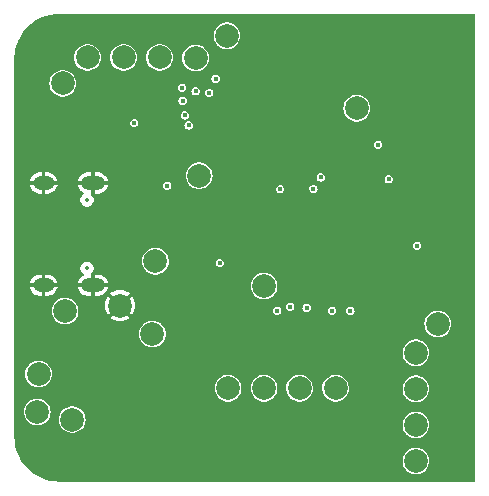
<source format=gbr>
%TF.GenerationSoftware,KiCad,Pcbnew,8.0.5*%
%TF.CreationDate,2024-11-10T02:34:48-05:00*%
%TF.ProjectId,swarm-pcb,73776172-6d2d-4706-9362-2e6b69636164,rev?*%
%TF.SameCoordinates,Original*%
%TF.FileFunction,Copper,L2,Inr*%
%TF.FilePolarity,Positive*%
%FSLAX46Y46*%
G04 Gerber Fmt 4.6, Leading zero omitted, Abs format (unit mm)*
G04 Created by KiCad (PCBNEW 8.0.5) date 2024-11-10 02:34:48*
%MOMM*%
%LPD*%
G01*
G04 APERTURE LIST*
%TA.AperFunction,ComponentPad*%
%ADD10C,2.000000*%
%TD*%
%TA.AperFunction,ComponentPad*%
%ADD11O,2.000000X1.200000*%
%TD*%
%TA.AperFunction,ComponentPad*%
%ADD12O,1.800000X1.200000*%
%TD*%
%TA.AperFunction,ViaPad*%
%ADD13C,0.450000*%
%TD*%
%ADD14C,0.300000*%
%ADD15C,0.350000*%
%ADD16O,1.600025X0.800000*%
%ADD17O,1.599975X0.800000*%
%ADD18O,1.400000X0.800000*%
G04 APERTURE END LIST*
D10*
%TO.N,GND*%
%TO.C,TP307*%
X75150000Y-132250000D03*
%TD*%
%TO.N,/peripherals/SDI_IMU*%
%TO.C,TP209*%
X75450000Y-111250000D03*
%TD*%
%TO.N,/peripherals/SDO_IMU*%
%TO.C,TP210*%
X72399999Y-111250000D03*
%TD*%
%TO.N,MOTOR_CTRL_1*%
%TO.C,TP202*%
X100200000Y-136250000D03*
%TD*%
%TO.N,INT2*%
%TO.C,TP214*%
X81850000Y-121250000D03*
%TD*%
%TO.N,Net-(C115-Pad1)*%
%TO.C,TP102*%
X102050000Y-133800000D03*
%TD*%
%TO.N,MOTOR_CTRL_2*%
%TO.C,TP201*%
X100200000Y-139300000D03*
%TD*%
%TO.N,SCLK*%
%TO.C,TP212*%
X78500000Y-111250000D03*
%TD*%
%TO.N,/power/batt_stat*%
%TO.C,TP304*%
X68150000Y-141250000D03*
%TD*%
%TO.N,+3V3*%
%TO.C,TP301*%
X87350000Y-130600000D03*
%TD*%
%TO.N,Net-(U302-PROG)*%
%TO.C,TP305*%
X68250000Y-138050000D03*
%TD*%
%TO.N,INT1*%
%TO.C,TP213*%
X70300000Y-113450000D03*
%TD*%
D11*
%TO.N,GND*%
%TO.C,U101*%
X72854248Y-121874879D03*
X72854248Y-130525121D03*
D12*
X68674416Y-130525121D03*
X68674416Y-121874879D03*
%TD*%
D10*
%TO.N,Net-(U201-OUT2)*%
%TO.C,TP206*%
X90350000Y-139250000D03*
%TD*%
%TO.N,CS*%
%TO.C,TP211*%
X81550000Y-111300000D03*
%TD*%
%TO.N,Net-(U201-OUT4)*%
%TO.C,TP208*%
X84300000Y-139250000D03*
%TD*%
%TO.N,+BATT*%
%TO.C,TP303*%
X71100000Y-141900000D03*
%TD*%
%TO.N,MOTOR_CTRL_4*%
%TO.C,TP203*%
X100200000Y-145400000D03*
%TD*%
%TO.N,Net-(U201-OUT3)*%
%TO.C,TP207*%
X87350000Y-139250000D03*
%TD*%
%TO.N,Net-(U201-OUT1)*%
%TO.C,TP205*%
X93400000Y-139250000D03*
%TD*%
%TO.N,VBUS*%
%TO.C,TP302*%
X77900000Y-134650000D03*
%TD*%
%TO.N,/power/FB_3V3*%
%TO.C,TP306*%
X78150000Y-128500000D03*
%TD*%
%TO.N,MOTOR_CTRL_3*%
%TO.C,TP204*%
X100200000Y-142350001D03*
%TD*%
%TO.N,/BOOT*%
%TO.C,TP103*%
X95200000Y-115550000D03*
%TD*%
%TO.N,+5V*%
%TO.C,TP101*%
X70500000Y-132700000D03*
%TD*%
%TO.N,/RESET*%
%TO.C,TP104*%
X84200000Y-109400000D03*
%TD*%
D13*
%TO.N,GND*%
X103206151Y-145046001D03*
X103206151Y-143046001D03*
X103206151Y-141046001D03*
X103206151Y-139046001D03*
X103206151Y-137046001D03*
X103206151Y-135046001D03*
X103206151Y-127046001D03*
X103206151Y-123046001D03*
X103206151Y-121046001D03*
X103206151Y-119046001D03*
X103206151Y-117046001D03*
X103206151Y-115046001D03*
X103206151Y-113046001D03*
X103206151Y-111046001D03*
X103206151Y-109046001D03*
X101206151Y-141046001D03*
X101206151Y-135046001D03*
X101206151Y-123046001D03*
X101206151Y-119046001D03*
X101206151Y-117046001D03*
X101206151Y-113046001D03*
X101206151Y-111046001D03*
X99206151Y-113046001D03*
X99206151Y-111046001D03*
X99206151Y-109046001D03*
X97206151Y-145046001D03*
X97206151Y-143046001D03*
X97206151Y-141046001D03*
X97206151Y-117046001D03*
X97206151Y-113046001D03*
X97206151Y-111046001D03*
X95206151Y-145046001D03*
X95206151Y-143046001D03*
X95206151Y-141046001D03*
X95206151Y-139046001D03*
X95206151Y-117046001D03*
X95206151Y-113046001D03*
X95206151Y-111046001D03*
X93206151Y-143046001D03*
X93206151Y-141046001D03*
X93206151Y-137046001D03*
X93206151Y-121046001D03*
X93206151Y-119046001D03*
X93206151Y-117046001D03*
X93206151Y-115046001D03*
X93206151Y-113046001D03*
X93206151Y-111046001D03*
X93206151Y-109046001D03*
X91206151Y-145046001D03*
X91206151Y-119046001D03*
X91206151Y-117046001D03*
X91206151Y-115046001D03*
X91206151Y-113046001D03*
X91206151Y-111046001D03*
X91206151Y-109046001D03*
X89206151Y-143046001D03*
X89206151Y-141046001D03*
X89206151Y-117046001D03*
X89206151Y-115046001D03*
X89206151Y-113046001D03*
X89206151Y-111046001D03*
X87206151Y-143046001D03*
X87206151Y-141046001D03*
X87206151Y-135046001D03*
X87206151Y-133046001D03*
X87206151Y-129046001D03*
X87206151Y-115046001D03*
X87206151Y-113046001D03*
X85206151Y-145046001D03*
X85206151Y-135046001D03*
X85206151Y-133046001D03*
X85206151Y-129046001D03*
X85206151Y-123046001D03*
X83206151Y-143046001D03*
X83206151Y-141046001D03*
X83206151Y-123046001D03*
X83206151Y-111046001D03*
X81206151Y-145046001D03*
X81206151Y-143046001D03*
X81206151Y-141046001D03*
X81206151Y-139046001D03*
X81206151Y-127046001D03*
X81206151Y-123046001D03*
X81206151Y-109046001D03*
X79206151Y-145046001D03*
X79206151Y-143046001D03*
X79206151Y-141046001D03*
X79206151Y-139046001D03*
X79206151Y-137046001D03*
X79206151Y-127046001D03*
X79206151Y-109046001D03*
X77206151Y-143046001D03*
X77206151Y-141046001D03*
X77206151Y-139046001D03*
X77206151Y-131046001D03*
X77206151Y-109046001D03*
X75206151Y-145046001D03*
X75206151Y-143046001D03*
X75206151Y-113046001D03*
X75206151Y-109046001D03*
X73206151Y-145046001D03*
X73206151Y-143046001D03*
X73206151Y-141046001D03*
X73206151Y-133046001D03*
X73206151Y-109046001D03*
X71206151Y-145046001D03*
X71206151Y-135046001D03*
X71206151Y-131046001D03*
X71206151Y-127046001D03*
X71206151Y-117046001D03*
X71206151Y-115046001D03*
X71206151Y-109046001D03*
X69206151Y-145046001D03*
X69206151Y-143046001D03*
X69206151Y-135046001D03*
X69206151Y-125046001D03*
X69206151Y-123046001D03*
X69206151Y-119046001D03*
X69206151Y-117046001D03*
X69206151Y-115046001D03*
X69206151Y-111046001D03*
X69206151Y-109046001D03*
X67206151Y-145046001D03*
X67206151Y-143046001D03*
X67206151Y-135046001D03*
X67206151Y-133046001D03*
X67206151Y-131046001D03*
X67206151Y-129046001D03*
X67206151Y-127046001D03*
X67206151Y-125046001D03*
X67206151Y-123046001D03*
X67206151Y-121046001D03*
X67206151Y-119046001D03*
X67206151Y-117046001D03*
X67206151Y-115046001D03*
X67206151Y-113046001D03*
X67206151Y-111046001D03*
X92650000Y-128200000D03*
X94900000Y-128150000D03*
X94850000Y-125850000D03*
X92650000Y-125850000D03*
X93700000Y-125850000D03*
X93700000Y-128200000D03*
X94900000Y-127000000D03*
X92650000Y-127000000D03*
X93700000Y-127000000D03*
X93700000Y-129400000D03*
X93700000Y-124700000D03*
X91600000Y-127000000D03*
X96000000Y-127000000D03*
X81850000Y-116000000D03*
X87450000Y-119300000D03*
X86700000Y-118950000D03*
X97650000Y-122600000D03*
X90750000Y-136700000D03*
X88750000Y-121450000D03*
X72250000Y-126950000D03*
X72050000Y-126300000D03*
X72050000Y-125450000D03*
X75400000Y-126650000D03*
X85700000Y-125900000D03*
X87900000Y-125850000D03*
X85000000Y-126300000D03*
X81650000Y-126150000D03*
X80350000Y-126200000D03*
X78900000Y-126200000D03*
X77550000Y-126250000D03*
X76450000Y-126400000D03*
X88200000Y-124200000D03*
X86900000Y-124200000D03*
X84550000Y-124050000D03*
X83450000Y-124050000D03*
X82150000Y-124000000D03*
X79850000Y-124150000D03*
X78800000Y-124100000D03*
X77700000Y-124100000D03*
X76550000Y-124000000D03*
X75250000Y-116650000D03*
X77050000Y-118000000D03*
X75400000Y-117600000D03*
X78050000Y-122100000D03*
X85250000Y-121900000D03*
X85100000Y-120500000D03*
X101421358Y-126867267D03*
X101800000Y-127300000D03*
X102200000Y-127700000D03*
X102650000Y-128050000D03*
X103100000Y-128450000D03*
X103550000Y-128850000D03*
X103450000Y-129400000D03*
X103050000Y-129850000D03*
X103500000Y-131700000D03*
X103500000Y-131100000D03*
X103100000Y-130650000D03*
X102650000Y-130250000D03*
X102500000Y-132150000D03*
X101400000Y-132250000D03*
X100850000Y-132700000D03*
X100400000Y-133050000D03*
X100150000Y-133550000D03*
X99566469Y-133824556D03*
X99800000Y-134350000D03*
X99250000Y-134600000D03*
X98800000Y-135000000D03*
X98400000Y-135450000D03*
X97950000Y-134900000D03*
X97400000Y-134800000D03*
X97200000Y-134250000D03*
X97450000Y-131250000D03*
X96806588Y-131143412D03*
X96900000Y-129900000D03*
X96500000Y-130350000D03*
X96229797Y-130843600D03*
X96400000Y-131550000D03*
X96600000Y-132200000D03*
X97006588Y-131793412D03*
X97850000Y-131650000D03*
X98100000Y-131100000D03*
X97600000Y-130600000D03*
X97050000Y-130600000D03*
X98050000Y-129650000D03*
X98800000Y-130500000D03*
X98400000Y-130100000D03*
%TO.N,+3V3*%
X83250000Y-113050000D03*
X97000000Y-118650000D03*
X97900000Y-121550000D03*
X100300000Y-127200000D03*
X94650000Y-132700000D03*
X88700000Y-122400000D03*
X76350000Y-116800000D03*
X79150000Y-122100000D03*
X83600000Y-128650000D03*
%TO.N,SCLK*%
X81550000Y-114100000D03*
%TO.N,CS*%
X82700000Y-114250000D03*
%TO.N,/peripherals/SDI_IMU*%
X80450000Y-114907000D03*
X80400000Y-113800000D03*
%TO.N,CS*%
X92150000Y-121400000D03*
X80950000Y-117000000D03*
%TO.N,SCLK*%
X80650000Y-116150000D03*
X91522587Y-122377413D03*
%TO.N,GND*%
X90200000Y-133450000D03*
%TO.N,MOTOR_CTRL_4*%
X88450000Y-132700000D03*
%TO.N,MOTOR_CTRL_3*%
X89550000Y-132350000D03*
%TO.N,MOTOR_CTRL_2*%
X90950000Y-132450000D03*
%TO.N,MOTOR_CTRL_1*%
X93100000Y-132700000D03*
%TO.N,GND*%
X90900000Y-130950000D03*
X91600000Y-131850000D03*
%TD*%
%TA.AperFunction,Conductor*%
%TO.N,GND*%
G36*
X105181694Y-107568806D02*
G01*
X105200000Y-107613000D01*
X105200000Y-147087000D01*
X105181694Y-147131194D01*
X105137500Y-147149500D01*
X70001540Y-147149500D01*
X69998473Y-147149425D01*
X69630652Y-147131354D01*
X69624548Y-147130753D01*
X69261785Y-147076943D01*
X69255770Y-147075746D01*
X68900038Y-146986640D01*
X68894168Y-146984859D01*
X68548884Y-146861314D01*
X68543218Y-146858967D01*
X68211704Y-146702173D01*
X68206295Y-146699282D01*
X67891742Y-146510746D01*
X67886642Y-146507338D01*
X67862056Y-146489104D01*
X67755074Y-146409760D01*
X67592088Y-146288881D01*
X67587354Y-146284997D01*
X67315622Y-146038713D01*
X67311286Y-146034377D01*
X67276588Y-145996094D01*
X67065000Y-145762643D01*
X67061118Y-145757911D01*
X67037741Y-145726391D01*
X66842657Y-145463351D01*
X66839253Y-145458257D01*
X66804332Y-145399995D01*
X99067670Y-145399995D01*
X99067670Y-145400004D01*
X99086948Y-145608057D01*
X99086950Y-145608068D01*
X99130934Y-145762653D01*
X99144134Y-145809045D01*
X99237274Y-145996095D01*
X99237275Y-145996096D01*
X99237277Y-145996100D01*
X99363189Y-146162836D01*
X99363194Y-146162841D01*
X99363198Y-146162846D01*
X99467938Y-146258329D01*
X99517614Y-146303615D01*
X99517615Y-146303616D01*
X99517619Y-146303619D01*
X99695277Y-146413620D01*
X99890123Y-146489104D01*
X100095522Y-146527500D01*
X100095525Y-146527500D01*
X100304475Y-146527500D01*
X100304478Y-146527500D01*
X100509877Y-146489104D01*
X100704723Y-146413620D01*
X100882381Y-146303619D01*
X101036802Y-146162846D01*
X101162726Y-145996095D01*
X101255866Y-145809045D01*
X101313050Y-145608065D01*
X101332330Y-145400000D01*
X101313050Y-145191935D01*
X101255866Y-144990955D01*
X101162726Y-144803905D01*
X101162723Y-144803901D01*
X101162722Y-144803899D01*
X101036810Y-144637163D01*
X101036805Y-144637158D01*
X101036802Y-144637154D01*
X100939927Y-144548841D01*
X100882385Y-144496384D01*
X100882382Y-144496382D01*
X100882381Y-144496381D01*
X100704723Y-144386380D01*
X100704721Y-144386379D01*
X100648089Y-144364440D01*
X100509877Y-144310896D01*
X100509874Y-144310895D01*
X100509873Y-144310895D01*
X100304482Y-144272500D01*
X100304478Y-144272500D01*
X100095522Y-144272500D01*
X100095517Y-144272500D01*
X99890126Y-144310895D01*
X99695278Y-144386379D01*
X99517614Y-144496384D01*
X99363196Y-144637156D01*
X99363189Y-144637163D01*
X99237277Y-144803899D01*
X99237274Y-144803905D01*
X99144134Y-144990954D01*
X99086950Y-145191931D01*
X99086948Y-145191942D01*
X99067670Y-145399995D01*
X66804332Y-145399995D01*
X66650712Y-145143695D01*
X66647831Y-145138304D01*
X66491028Y-144806772D01*
X66488689Y-144801125D01*
X66365137Y-144455821D01*
X66363362Y-144449971D01*
X66274252Y-144094225D01*
X66273056Y-144088214D01*
X66219246Y-143725451D01*
X66218645Y-143719347D01*
X66200575Y-143351526D01*
X66200500Y-143348459D01*
X66200500Y-141249995D01*
X67017670Y-141249995D01*
X67017670Y-141250004D01*
X67036948Y-141458057D01*
X67036950Y-141458068D01*
X67073679Y-141587155D01*
X67094134Y-141659045D01*
X67187274Y-141846095D01*
X67187275Y-141846096D01*
X67187277Y-141846100D01*
X67313189Y-142012836D01*
X67313194Y-142012841D01*
X67313198Y-142012846D01*
X67417640Y-142108057D01*
X67467614Y-142153615D01*
X67467615Y-142153616D01*
X67467619Y-142153619D01*
X67645277Y-142263620D01*
X67840123Y-142339104D01*
X68045522Y-142377500D01*
X68045525Y-142377500D01*
X68254475Y-142377500D01*
X68254478Y-142377500D01*
X68459877Y-142339104D01*
X68654723Y-142263620D01*
X68832381Y-142153619D01*
X68986802Y-142012846D01*
X69041092Y-141940955D01*
X69072023Y-141899995D01*
X69967670Y-141899995D01*
X69967670Y-141900004D01*
X69986948Y-142108057D01*
X69986950Y-142108068D01*
X69999911Y-142153619D01*
X70044134Y-142309045D01*
X70137274Y-142496095D01*
X70137275Y-142496096D01*
X70137277Y-142496100D01*
X70263189Y-142662836D01*
X70263194Y-142662841D01*
X70263198Y-142662846D01*
X70367938Y-142758329D01*
X70417614Y-142803615D01*
X70417615Y-142803616D01*
X70417619Y-142803619D01*
X70595277Y-142913620D01*
X70790123Y-142989104D01*
X70995522Y-143027500D01*
X70995525Y-143027500D01*
X71204475Y-143027500D01*
X71204478Y-143027500D01*
X71409877Y-142989104D01*
X71604723Y-142913620D01*
X71782381Y-142803619D01*
X71936802Y-142662846D01*
X72062726Y-142496095D01*
X72135475Y-142349996D01*
X99067670Y-142349996D01*
X99067670Y-142350005D01*
X99086948Y-142558058D01*
X99086950Y-142558069D01*
X99144134Y-142759046D01*
X99237274Y-142946096D01*
X99237275Y-142946097D01*
X99237277Y-142946101D01*
X99363189Y-143112837D01*
X99363194Y-143112842D01*
X99363198Y-143112847D01*
X99467938Y-143208330D01*
X99517614Y-143253616D01*
X99517615Y-143253617D01*
X99517619Y-143253620D01*
X99695277Y-143363621D01*
X99890123Y-143439105D01*
X100095522Y-143477501D01*
X100095525Y-143477501D01*
X100304475Y-143477501D01*
X100304478Y-143477501D01*
X100509877Y-143439105D01*
X100704723Y-143363621D01*
X100882381Y-143253620D01*
X101036802Y-143112847D01*
X101162726Y-142946096D01*
X101255866Y-142759046D01*
X101313050Y-142558066D01*
X101318792Y-142496100D01*
X101332330Y-142350005D01*
X101332330Y-142349996D01*
X101313051Y-142141943D01*
X101313049Y-142141932D01*
X101303411Y-142108057D01*
X101255866Y-141940956D01*
X101162726Y-141753906D01*
X101162723Y-141753902D01*
X101162722Y-141753900D01*
X101036810Y-141587164D01*
X101036805Y-141587159D01*
X101036802Y-141587155D01*
X100931274Y-141490954D01*
X100882385Y-141446385D01*
X100882382Y-141446383D01*
X100882381Y-141446382D01*
X100704723Y-141336381D01*
X100704721Y-141336380D01*
X100620893Y-141303905D01*
X100509877Y-141260897D01*
X100509874Y-141260896D01*
X100509873Y-141260896D01*
X100304482Y-141222501D01*
X100304478Y-141222501D01*
X100095522Y-141222501D01*
X100095517Y-141222501D01*
X99890126Y-141260896D01*
X99695278Y-141336380D01*
X99517614Y-141446385D01*
X99363196Y-141587157D01*
X99363189Y-141587164D01*
X99237277Y-141753900D01*
X99237274Y-141753906D01*
X99144134Y-141940955D01*
X99086950Y-142141932D01*
X99086948Y-142141943D01*
X99067670Y-142349996D01*
X72135475Y-142349996D01*
X72155866Y-142309045D01*
X72213050Y-142108065D01*
X72213051Y-142108057D01*
X72232330Y-141900004D01*
X72232330Y-141899995D01*
X72213051Y-141691942D01*
X72213049Y-141691931D01*
X72183237Y-141587155D01*
X72155866Y-141490955D01*
X72062726Y-141303905D01*
X72062723Y-141303901D01*
X72062722Y-141303899D01*
X71936810Y-141137163D01*
X71936805Y-141137158D01*
X71936802Y-141137154D01*
X71832359Y-141041942D01*
X71782385Y-140996384D01*
X71782382Y-140996382D01*
X71782381Y-140996381D01*
X71604723Y-140886380D01*
X71604721Y-140886379D01*
X71548089Y-140864440D01*
X71409877Y-140810896D01*
X71409874Y-140810895D01*
X71409873Y-140810895D01*
X71204482Y-140772500D01*
X71204478Y-140772500D01*
X70995522Y-140772500D01*
X70995517Y-140772500D01*
X70790126Y-140810895D01*
X70595278Y-140886379D01*
X70417614Y-140996384D01*
X70263196Y-141137156D01*
X70263189Y-141137163D01*
X70137277Y-141303899D01*
X70137274Y-141303905D01*
X70044134Y-141490954D01*
X69986950Y-141691931D01*
X69986948Y-141691942D01*
X69967670Y-141899995D01*
X69072023Y-141899995D01*
X69112722Y-141846100D01*
X69112721Y-141846100D01*
X69112726Y-141846095D01*
X69205866Y-141659045D01*
X69263050Y-141458065D01*
X69263051Y-141458057D01*
X69282330Y-141250004D01*
X69282330Y-141249995D01*
X69263051Y-141041942D01*
X69263049Y-141041931D01*
X69250089Y-140996381D01*
X69205866Y-140840955D01*
X69112726Y-140653905D01*
X69112723Y-140653901D01*
X69112722Y-140653899D01*
X68986810Y-140487163D01*
X68986805Y-140487158D01*
X68986802Y-140487154D01*
X68866516Y-140377499D01*
X68832385Y-140346384D01*
X68832382Y-140346382D01*
X68832381Y-140346381D01*
X68654723Y-140236380D01*
X68654721Y-140236379D01*
X68570147Y-140203615D01*
X68459877Y-140160896D01*
X68459874Y-140160895D01*
X68459873Y-140160895D01*
X68254482Y-140122500D01*
X68254478Y-140122500D01*
X68045522Y-140122500D01*
X68045517Y-140122500D01*
X67840126Y-140160895D01*
X67645278Y-140236379D01*
X67467614Y-140346384D01*
X67313196Y-140487156D01*
X67313189Y-140487163D01*
X67187277Y-140653899D01*
X67187274Y-140653905D01*
X67094134Y-140840954D01*
X67036950Y-141041931D01*
X67036948Y-141041942D01*
X67017670Y-141249995D01*
X66200500Y-141249995D01*
X66200500Y-139249995D01*
X83167670Y-139249995D01*
X83167670Y-139250004D01*
X83186948Y-139458057D01*
X83186950Y-139458068D01*
X83201176Y-139508065D01*
X83244134Y-139659045D01*
X83337274Y-139846095D01*
X83337275Y-139846096D01*
X83337277Y-139846100D01*
X83463189Y-140012836D01*
X83463194Y-140012841D01*
X83463198Y-140012846D01*
X83518046Y-140062846D01*
X83617614Y-140153615D01*
X83617615Y-140153616D01*
X83617619Y-140153619D01*
X83795277Y-140263620D01*
X83990123Y-140339104D01*
X84195522Y-140377500D01*
X84195525Y-140377500D01*
X84404475Y-140377500D01*
X84404478Y-140377500D01*
X84609877Y-140339104D01*
X84804723Y-140263620D01*
X84982381Y-140153619D01*
X85136802Y-140012846D01*
X85262726Y-139846095D01*
X85355866Y-139659045D01*
X85413050Y-139458065D01*
X85413051Y-139458057D01*
X85432330Y-139250004D01*
X85432330Y-139249995D01*
X86217670Y-139249995D01*
X86217670Y-139250004D01*
X86236948Y-139458057D01*
X86236950Y-139458068D01*
X86251176Y-139508065D01*
X86294134Y-139659045D01*
X86387274Y-139846095D01*
X86387275Y-139846096D01*
X86387277Y-139846100D01*
X86513189Y-140012836D01*
X86513194Y-140012841D01*
X86513198Y-140012846D01*
X86568046Y-140062846D01*
X86667614Y-140153615D01*
X86667615Y-140153616D01*
X86667619Y-140153619D01*
X86845277Y-140263620D01*
X87040123Y-140339104D01*
X87245522Y-140377500D01*
X87245525Y-140377500D01*
X87454475Y-140377500D01*
X87454478Y-140377500D01*
X87659877Y-140339104D01*
X87854723Y-140263620D01*
X88032381Y-140153619D01*
X88186802Y-140012846D01*
X88312726Y-139846095D01*
X88405866Y-139659045D01*
X88463050Y-139458065D01*
X88463051Y-139458057D01*
X88482330Y-139250004D01*
X88482330Y-139249995D01*
X89217670Y-139249995D01*
X89217670Y-139250004D01*
X89236948Y-139458057D01*
X89236950Y-139458068D01*
X89251176Y-139508065D01*
X89294134Y-139659045D01*
X89387274Y-139846095D01*
X89387275Y-139846096D01*
X89387277Y-139846100D01*
X89513189Y-140012836D01*
X89513194Y-140012841D01*
X89513198Y-140012846D01*
X89568046Y-140062846D01*
X89667614Y-140153615D01*
X89667615Y-140153616D01*
X89667619Y-140153619D01*
X89845277Y-140263620D01*
X90040123Y-140339104D01*
X90245522Y-140377500D01*
X90245525Y-140377500D01*
X90454475Y-140377500D01*
X90454478Y-140377500D01*
X90659877Y-140339104D01*
X90854723Y-140263620D01*
X91032381Y-140153619D01*
X91186802Y-140012846D01*
X91312726Y-139846095D01*
X91405866Y-139659045D01*
X91463050Y-139458065D01*
X91463051Y-139458057D01*
X91482330Y-139250004D01*
X91482330Y-139249995D01*
X92267670Y-139249995D01*
X92267670Y-139250004D01*
X92286948Y-139458057D01*
X92286950Y-139458068D01*
X92301176Y-139508065D01*
X92344134Y-139659045D01*
X92437274Y-139846095D01*
X92437275Y-139846096D01*
X92437277Y-139846100D01*
X92563189Y-140012836D01*
X92563194Y-140012841D01*
X92563198Y-140012846D01*
X92618046Y-140062846D01*
X92717614Y-140153615D01*
X92717615Y-140153616D01*
X92717619Y-140153619D01*
X92895277Y-140263620D01*
X93090123Y-140339104D01*
X93295522Y-140377500D01*
X93295525Y-140377500D01*
X93504475Y-140377500D01*
X93504478Y-140377500D01*
X93709877Y-140339104D01*
X93904723Y-140263620D01*
X94082381Y-140153619D01*
X94236802Y-140012846D01*
X94362726Y-139846095D01*
X94455866Y-139659045D01*
X94513050Y-139458065D01*
X94513051Y-139458057D01*
X94527698Y-139299995D01*
X99067670Y-139299995D01*
X99067670Y-139300004D01*
X99086948Y-139508057D01*
X99086950Y-139508068D01*
X99144134Y-139709045D01*
X99237274Y-139896095D01*
X99237275Y-139896096D01*
X99237277Y-139896100D01*
X99363189Y-140062836D01*
X99363194Y-140062841D01*
X99363198Y-140062846D01*
X99467938Y-140158329D01*
X99517614Y-140203615D01*
X99517615Y-140203616D01*
X99517619Y-140203619D01*
X99695277Y-140313620D01*
X99890123Y-140389104D01*
X100095522Y-140427500D01*
X100095525Y-140427500D01*
X100304475Y-140427500D01*
X100304478Y-140427500D01*
X100509877Y-140389104D01*
X100704723Y-140313620D01*
X100882381Y-140203619D01*
X101036802Y-140062846D01*
X101074563Y-140012843D01*
X101162722Y-139896100D01*
X101162721Y-139896100D01*
X101162726Y-139896095D01*
X101255866Y-139709045D01*
X101313050Y-139508065D01*
X101332330Y-139300000D01*
X101327697Y-139250004D01*
X101313051Y-139091942D01*
X101313049Y-139091931D01*
X101298824Y-139041935D01*
X101255866Y-138890955D01*
X101162726Y-138703905D01*
X101162723Y-138703901D01*
X101162722Y-138703899D01*
X101036810Y-138537163D01*
X101036805Y-138537158D01*
X101036802Y-138537154D01*
X100939927Y-138448841D01*
X100882385Y-138396384D01*
X100882382Y-138396382D01*
X100882381Y-138396381D01*
X100704723Y-138286380D01*
X100704721Y-138286379D01*
X100648089Y-138264440D01*
X100509877Y-138210896D01*
X100509874Y-138210895D01*
X100509873Y-138210895D01*
X100304482Y-138172500D01*
X100304478Y-138172500D01*
X100095522Y-138172500D01*
X100095517Y-138172500D01*
X99890126Y-138210895D01*
X99695278Y-138286379D01*
X99517614Y-138396384D01*
X99363196Y-138537156D01*
X99363189Y-138537163D01*
X99237277Y-138703899D01*
X99237274Y-138703905D01*
X99144134Y-138890954D01*
X99086950Y-139091931D01*
X99086948Y-139091942D01*
X99067670Y-139299995D01*
X94527698Y-139299995D01*
X94532330Y-139250004D01*
X94532330Y-139249995D01*
X94513051Y-139041942D01*
X94513049Y-139041931D01*
X94487922Y-138953619D01*
X94455866Y-138840955D01*
X94362726Y-138653905D01*
X94362723Y-138653901D01*
X94362722Y-138653899D01*
X94236810Y-138487163D01*
X94236805Y-138487158D01*
X94236802Y-138487154D01*
X94137229Y-138396381D01*
X94082385Y-138346384D01*
X94082382Y-138346382D01*
X94082381Y-138346381D01*
X93904723Y-138236380D01*
X93904721Y-138236379D01*
X93838939Y-138210895D01*
X93709877Y-138160896D01*
X93709874Y-138160895D01*
X93709873Y-138160895D01*
X93504482Y-138122500D01*
X93504478Y-138122500D01*
X93295522Y-138122500D01*
X93295517Y-138122500D01*
X93090126Y-138160895D01*
X92895278Y-138236379D01*
X92717614Y-138346384D01*
X92563196Y-138487156D01*
X92563189Y-138487163D01*
X92437277Y-138653899D01*
X92437274Y-138653905D01*
X92344134Y-138840954D01*
X92286950Y-139041931D01*
X92286948Y-139041942D01*
X92267670Y-139249995D01*
X91482330Y-139249995D01*
X91463051Y-139041942D01*
X91463049Y-139041931D01*
X91437922Y-138953619D01*
X91405866Y-138840955D01*
X91312726Y-138653905D01*
X91312723Y-138653901D01*
X91312722Y-138653899D01*
X91186810Y-138487163D01*
X91186805Y-138487158D01*
X91186802Y-138487154D01*
X91087229Y-138396381D01*
X91032385Y-138346384D01*
X91032382Y-138346382D01*
X91032381Y-138346381D01*
X90854723Y-138236380D01*
X90854721Y-138236379D01*
X90788939Y-138210895D01*
X90659877Y-138160896D01*
X90659874Y-138160895D01*
X90659873Y-138160895D01*
X90454482Y-138122500D01*
X90454478Y-138122500D01*
X90245522Y-138122500D01*
X90245517Y-138122500D01*
X90040126Y-138160895D01*
X89845278Y-138236379D01*
X89667614Y-138346384D01*
X89513196Y-138487156D01*
X89513189Y-138487163D01*
X89387277Y-138653899D01*
X89387274Y-138653905D01*
X89294134Y-138840954D01*
X89236950Y-139041931D01*
X89236948Y-139041942D01*
X89217670Y-139249995D01*
X88482330Y-139249995D01*
X88463051Y-139041942D01*
X88463049Y-139041931D01*
X88437922Y-138953619D01*
X88405866Y-138840955D01*
X88312726Y-138653905D01*
X88312723Y-138653901D01*
X88312722Y-138653899D01*
X88186810Y-138487163D01*
X88186805Y-138487158D01*
X88186802Y-138487154D01*
X88087229Y-138396381D01*
X88032385Y-138346384D01*
X88032382Y-138346382D01*
X88032381Y-138346381D01*
X87854723Y-138236380D01*
X87854721Y-138236379D01*
X87788939Y-138210895D01*
X87659877Y-138160896D01*
X87659874Y-138160895D01*
X87659873Y-138160895D01*
X87454482Y-138122500D01*
X87454478Y-138122500D01*
X87245522Y-138122500D01*
X87245517Y-138122500D01*
X87040126Y-138160895D01*
X86845278Y-138236379D01*
X86667614Y-138346384D01*
X86513196Y-138487156D01*
X86513189Y-138487163D01*
X86387277Y-138653899D01*
X86387274Y-138653905D01*
X86294134Y-138840954D01*
X86236950Y-139041931D01*
X86236948Y-139041942D01*
X86217670Y-139249995D01*
X85432330Y-139249995D01*
X85413051Y-139041942D01*
X85413049Y-139041931D01*
X85387922Y-138953619D01*
X85355866Y-138840955D01*
X85262726Y-138653905D01*
X85262723Y-138653901D01*
X85262722Y-138653899D01*
X85136810Y-138487163D01*
X85136805Y-138487158D01*
X85136802Y-138487154D01*
X85037229Y-138396381D01*
X84982385Y-138346384D01*
X84982382Y-138346382D01*
X84982381Y-138346381D01*
X84804723Y-138236380D01*
X84804721Y-138236379D01*
X84738939Y-138210895D01*
X84609877Y-138160896D01*
X84609874Y-138160895D01*
X84609873Y-138160895D01*
X84404482Y-138122500D01*
X84404478Y-138122500D01*
X84195522Y-138122500D01*
X84195517Y-138122500D01*
X83990126Y-138160895D01*
X83795278Y-138236379D01*
X83617614Y-138346384D01*
X83463196Y-138487156D01*
X83463189Y-138487163D01*
X83337277Y-138653899D01*
X83337274Y-138653905D01*
X83244134Y-138840954D01*
X83186950Y-139041931D01*
X83186948Y-139041942D01*
X83167670Y-139249995D01*
X66200500Y-139249995D01*
X66200500Y-138049995D01*
X67117670Y-138049995D01*
X67117670Y-138050004D01*
X67136948Y-138258057D01*
X67136950Y-138258068D01*
X67145006Y-138286380D01*
X67194134Y-138459045D01*
X67287274Y-138646095D01*
X67287275Y-138646096D01*
X67287277Y-138646100D01*
X67413189Y-138812836D01*
X67413194Y-138812841D01*
X67413198Y-138812846D01*
X67498879Y-138890954D01*
X67567614Y-138953615D01*
X67567615Y-138953616D01*
X67567619Y-138953619D01*
X67745277Y-139063620D01*
X67940123Y-139139104D01*
X68145522Y-139177500D01*
X68145525Y-139177500D01*
X68354475Y-139177500D01*
X68354478Y-139177500D01*
X68559877Y-139139104D01*
X68754723Y-139063620D01*
X68932381Y-138953619D01*
X69086802Y-138812846D01*
X69212726Y-138646095D01*
X69305866Y-138459045D01*
X69363050Y-138258065D01*
X69363051Y-138258057D01*
X69382330Y-138050004D01*
X69382330Y-138049995D01*
X69363051Y-137841942D01*
X69363049Y-137841931D01*
X69353797Y-137809414D01*
X69305866Y-137640955D01*
X69212726Y-137453905D01*
X69212723Y-137453901D01*
X69212722Y-137453899D01*
X69086810Y-137287163D01*
X69086805Y-137287158D01*
X69086802Y-137287154D01*
X68940321Y-137153619D01*
X68932385Y-137146384D01*
X68932382Y-137146382D01*
X68932381Y-137146381D01*
X68754723Y-137036380D01*
X68754721Y-137036379D01*
X68693949Y-137012836D01*
X68559877Y-136960896D01*
X68559874Y-136960895D01*
X68559873Y-136960895D01*
X68354482Y-136922500D01*
X68354478Y-136922500D01*
X68145522Y-136922500D01*
X68145517Y-136922500D01*
X67940126Y-136960895D01*
X67745278Y-137036379D01*
X67567614Y-137146384D01*
X67413196Y-137287156D01*
X67413189Y-137287163D01*
X67287277Y-137453899D01*
X67287274Y-137453905D01*
X67194134Y-137640954D01*
X67136950Y-137841931D01*
X67136948Y-137841942D01*
X67117670Y-138049995D01*
X66200500Y-138049995D01*
X66200500Y-136249995D01*
X99067670Y-136249995D01*
X99067670Y-136250004D01*
X99086948Y-136458057D01*
X99086950Y-136458068D01*
X99144134Y-136659045D01*
X99237274Y-136846095D01*
X99237275Y-136846096D01*
X99237277Y-136846100D01*
X99363189Y-137012836D01*
X99363194Y-137012841D01*
X99363198Y-137012846D01*
X99467938Y-137108329D01*
X99517614Y-137153615D01*
X99517615Y-137153616D01*
X99517619Y-137153619D01*
X99695277Y-137263620D01*
X99890123Y-137339104D01*
X100095522Y-137377500D01*
X100095525Y-137377500D01*
X100304475Y-137377500D01*
X100304478Y-137377500D01*
X100509877Y-137339104D01*
X100704723Y-137263620D01*
X100882381Y-137153619D01*
X101036802Y-137012846D01*
X101076034Y-136960895D01*
X101162722Y-136846100D01*
X101162721Y-136846100D01*
X101162726Y-136846095D01*
X101255866Y-136659045D01*
X101313050Y-136458065D01*
X101332330Y-136250000D01*
X101313050Y-136041935D01*
X101255866Y-135840955D01*
X101162726Y-135653905D01*
X101162723Y-135653901D01*
X101162722Y-135653899D01*
X101036810Y-135487163D01*
X101036805Y-135487158D01*
X101036802Y-135487154D01*
X100939927Y-135398841D01*
X100882385Y-135346384D01*
X100882382Y-135346382D01*
X100882381Y-135346381D01*
X100704723Y-135236380D01*
X100704721Y-135236379D01*
X100648089Y-135214440D01*
X100509877Y-135160896D01*
X100509874Y-135160895D01*
X100509873Y-135160895D01*
X100304482Y-135122500D01*
X100304478Y-135122500D01*
X100095522Y-135122500D01*
X100095517Y-135122500D01*
X99890126Y-135160895D01*
X99695278Y-135236379D01*
X99517614Y-135346384D01*
X99363196Y-135487156D01*
X99363189Y-135487163D01*
X99237277Y-135653899D01*
X99237274Y-135653905D01*
X99144134Y-135840954D01*
X99086950Y-136041931D01*
X99086948Y-136041942D01*
X99067670Y-136249995D01*
X66200500Y-136249995D01*
X66200500Y-134649995D01*
X76767670Y-134649995D01*
X76767670Y-134650004D01*
X76786948Y-134858057D01*
X76786950Y-134858068D01*
X76844134Y-135059045D01*
X76937274Y-135246095D01*
X76937275Y-135246096D01*
X76937277Y-135246100D01*
X77063189Y-135412836D01*
X77063194Y-135412841D01*
X77063198Y-135412846D01*
X77144720Y-135487163D01*
X77217614Y-135553615D01*
X77217615Y-135553616D01*
X77217619Y-135553619D01*
X77395277Y-135663620D01*
X77590123Y-135739104D01*
X77795522Y-135777500D01*
X77795525Y-135777500D01*
X78004475Y-135777500D01*
X78004478Y-135777500D01*
X78209877Y-135739104D01*
X78404723Y-135663620D01*
X78582381Y-135553619D01*
X78736802Y-135412846D01*
X78862726Y-135246095D01*
X78955866Y-135059045D01*
X79013050Y-134858065D01*
X79013051Y-134858057D01*
X79032330Y-134650004D01*
X79032330Y-134649995D01*
X79013051Y-134441942D01*
X79013049Y-134441931D01*
X79000007Y-134396094D01*
X78955866Y-134240955D01*
X78862726Y-134053905D01*
X78862723Y-134053901D01*
X78862722Y-134053899D01*
X78736810Y-133887163D01*
X78736805Y-133887158D01*
X78736802Y-133887154D01*
X78641193Y-133799995D01*
X100917670Y-133799995D01*
X100917670Y-133800004D01*
X100936948Y-134008057D01*
X100936950Y-134008068D01*
X100994134Y-134209045D01*
X101087274Y-134396095D01*
X101087275Y-134396096D01*
X101087277Y-134396100D01*
X101213189Y-134562836D01*
X101213194Y-134562841D01*
X101213198Y-134562846D01*
X101308796Y-134649995D01*
X101367614Y-134703615D01*
X101367615Y-134703616D01*
X101367619Y-134703619D01*
X101545277Y-134813620D01*
X101740123Y-134889104D01*
X101945522Y-134927500D01*
X101945525Y-134927500D01*
X102154475Y-134927500D01*
X102154478Y-134927500D01*
X102359877Y-134889104D01*
X102554723Y-134813620D01*
X102732381Y-134703619D01*
X102886802Y-134562846D01*
X103012726Y-134396095D01*
X103105866Y-134209045D01*
X103163050Y-134008065D01*
X103163051Y-134008057D01*
X103182330Y-133800004D01*
X103182330Y-133799995D01*
X103163051Y-133591942D01*
X103163049Y-133591931D01*
X103143294Y-133522500D01*
X103105866Y-133390955D01*
X103012726Y-133203905D01*
X103012723Y-133203901D01*
X103012722Y-133203899D01*
X102886810Y-133037163D01*
X102886805Y-133037158D01*
X102886802Y-133037154D01*
X102747075Y-132909776D01*
X102732385Y-132896384D01*
X102732382Y-132896382D01*
X102732381Y-132896381D01*
X102554723Y-132786380D01*
X102554721Y-132786379D01*
X102498089Y-132764440D01*
X102359877Y-132710896D01*
X102359874Y-132710895D01*
X102359873Y-132710895D01*
X102154482Y-132672500D01*
X102154478Y-132672500D01*
X101945522Y-132672500D01*
X101945517Y-132672500D01*
X101740126Y-132710895D01*
X101545278Y-132786379D01*
X101367614Y-132896384D01*
X101213196Y-133037156D01*
X101213189Y-133037163D01*
X101087277Y-133203899D01*
X101087274Y-133203905D01*
X100994134Y-133390954D01*
X100936950Y-133591931D01*
X100936948Y-133591942D01*
X100917670Y-133799995D01*
X78641193Y-133799995D01*
X78629246Y-133789104D01*
X78582385Y-133746384D01*
X78582382Y-133746382D01*
X78582381Y-133746381D01*
X78404723Y-133636380D01*
X78404721Y-133636379D01*
X78320147Y-133603615D01*
X78209877Y-133560896D01*
X78209874Y-133560895D01*
X78209873Y-133560895D01*
X78004482Y-133522500D01*
X78004478Y-133522500D01*
X77795522Y-133522500D01*
X77795517Y-133522500D01*
X77590126Y-133560895D01*
X77395278Y-133636379D01*
X77217614Y-133746384D01*
X77063196Y-133887156D01*
X77063189Y-133887163D01*
X76937277Y-134053899D01*
X76937274Y-134053905D01*
X76844134Y-134240954D01*
X76786950Y-134441931D01*
X76786948Y-134441942D01*
X76767670Y-134649995D01*
X66200500Y-134649995D01*
X66200500Y-132699995D01*
X69367670Y-132699995D01*
X69367670Y-132700004D01*
X69386948Y-132908057D01*
X69386950Y-132908068D01*
X69444134Y-133109045D01*
X69537274Y-133296095D01*
X69537275Y-133296096D01*
X69537277Y-133296100D01*
X69663189Y-133462836D01*
X69663194Y-133462841D01*
X69663198Y-133462846D01*
X69742499Y-133535138D01*
X69817614Y-133603615D01*
X69817615Y-133603616D01*
X69817619Y-133603619D01*
X69995277Y-133713620D01*
X70190123Y-133789104D01*
X70395522Y-133827500D01*
X70395525Y-133827500D01*
X70604475Y-133827500D01*
X70604478Y-133827500D01*
X70809877Y-133789104D01*
X71004723Y-133713620D01*
X71182381Y-133603619D01*
X71336802Y-133462846D01*
X71391092Y-133390955D01*
X71462722Y-133296100D01*
X71462721Y-133296100D01*
X71462726Y-133296095D01*
X71555866Y-133109045D01*
X71613050Y-132908065D01*
X71613051Y-132908057D01*
X71632330Y-132700004D01*
X71632330Y-132699995D01*
X71613051Y-132491942D01*
X71613049Y-132491931D01*
X71590098Y-132411267D01*
X71555866Y-132290955D01*
X71535471Y-132249997D01*
X73845034Y-132249997D01*
X73845034Y-132250002D01*
X73864858Y-132476601D01*
X73864861Y-132476617D01*
X73923731Y-132696321D01*
X73923732Y-132696323D01*
X74019865Y-132902482D01*
X74129215Y-133058650D01*
X74129215Y-133058651D01*
X74706328Y-132481537D01*
X74749901Y-132557007D01*
X74842993Y-132650099D01*
X74918460Y-132693670D01*
X74341348Y-133270782D01*
X74497520Y-133380135D01*
X74703676Y-133476267D01*
X74703678Y-133476268D01*
X74923382Y-133535138D01*
X74923398Y-133535141D01*
X75149998Y-133554966D01*
X75150002Y-133554966D01*
X75376601Y-133535141D01*
X75376617Y-133535138D01*
X75596321Y-133476268D01*
X75596323Y-133476267D01*
X75802479Y-133380135D01*
X75958650Y-133270782D01*
X75381538Y-132693670D01*
X75457007Y-132650099D01*
X75550099Y-132557007D01*
X75593670Y-132481538D01*
X76170782Y-133058650D01*
X76280135Y-132902479D01*
X76374554Y-132699996D01*
X88093106Y-132699996D01*
X88093106Y-132700003D01*
X88110572Y-132810282D01*
X88110574Y-132810287D01*
X88160396Y-132908068D01*
X88161267Y-132909777D01*
X88240223Y-132988733D01*
X88339714Y-133039426D01*
X88339717Y-133039427D01*
X88449997Y-133056894D01*
X88450000Y-133056894D01*
X88450003Y-133056894D01*
X88560282Y-133039427D01*
X88560283Y-133039426D01*
X88560286Y-133039426D01*
X88659777Y-132988733D01*
X88738733Y-132909777D01*
X88789426Y-132810286D01*
X88789427Y-132810282D01*
X88806894Y-132700003D01*
X88806894Y-132699996D01*
X88789427Y-132589717D01*
X88789425Y-132589712D01*
X88738733Y-132490223D01*
X88659776Y-132411266D01*
X88560287Y-132360574D01*
X88560282Y-132360572D01*
X88493506Y-132349996D01*
X89193106Y-132349996D01*
X89193106Y-132350003D01*
X89210572Y-132460282D01*
X89210574Y-132460287D01*
X89261266Y-132559776D01*
X89261267Y-132559777D01*
X89340223Y-132638733D01*
X89439714Y-132689426D01*
X89439717Y-132689427D01*
X89549997Y-132706894D01*
X89550000Y-132706894D01*
X89550003Y-132706894D01*
X89660282Y-132689427D01*
X89660283Y-132689426D01*
X89660286Y-132689426D01*
X89759777Y-132638733D01*
X89838733Y-132559777D01*
X89889426Y-132460286D01*
X89891055Y-132450003D01*
X89891056Y-132449996D01*
X90593106Y-132449996D01*
X90593106Y-132450003D01*
X90610572Y-132560282D01*
X90610574Y-132560287D01*
X90661266Y-132659776D01*
X90661267Y-132659777D01*
X90740223Y-132738733D01*
X90839714Y-132789426D01*
X90839717Y-132789427D01*
X90949997Y-132806894D01*
X90950000Y-132806894D01*
X90950003Y-132806894D01*
X91060282Y-132789427D01*
X91060283Y-132789426D01*
X91060286Y-132789426D01*
X91159777Y-132738733D01*
X91198514Y-132699996D01*
X92743106Y-132699996D01*
X92743106Y-132700003D01*
X92760572Y-132810282D01*
X92760574Y-132810287D01*
X92810396Y-132908068D01*
X92811267Y-132909777D01*
X92890223Y-132988733D01*
X92989714Y-133039426D01*
X92989717Y-133039427D01*
X93099997Y-133056894D01*
X93100000Y-133056894D01*
X93100003Y-133056894D01*
X93210282Y-133039427D01*
X93210283Y-133039426D01*
X93210286Y-133039426D01*
X93309777Y-132988733D01*
X93388733Y-132909777D01*
X93439426Y-132810286D01*
X93439427Y-132810282D01*
X93456894Y-132700003D01*
X93456894Y-132699996D01*
X94293106Y-132699996D01*
X94293106Y-132700003D01*
X94310572Y-132810282D01*
X94310574Y-132810287D01*
X94360396Y-132908068D01*
X94361267Y-132909777D01*
X94440223Y-132988733D01*
X94539714Y-133039426D01*
X94539717Y-133039427D01*
X94649997Y-133056894D01*
X94650000Y-133056894D01*
X94650003Y-133056894D01*
X94760282Y-133039427D01*
X94760283Y-133039426D01*
X94760286Y-133039426D01*
X94859777Y-132988733D01*
X94938733Y-132909777D01*
X94989426Y-132810286D01*
X94989427Y-132810282D01*
X95006894Y-132700003D01*
X95006894Y-132699996D01*
X94989427Y-132589717D01*
X94989425Y-132589712D01*
X94938733Y-132490223D01*
X94859776Y-132411266D01*
X94760287Y-132360574D01*
X94760282Y-132360572D01*
X94650003Y-132343106D01*
X94649997Y-132343106D01*
X94539717Y-132360572D01*
X94539712Y-132360574D01*
X94440223Y-132411266D01*
X94361266Y-132490223D01*
X94310574Y-132589712D01*
X94310572Y-132589717D01*
X94293106Y-132699996D01*
X93456894Y-132699996D01*
X93439427Y-132589717D01*
X93439425Y-132589712D01*
X93388733Y-132490223D01*
X93309776Y-132411266D01*
X93210287Y-132360574D01*
X93210282Y-132360572D01*
X93100003Y-132343106D01*
X93099997Y-132343106D01*
X92989717Y-132360572D01*
X92989712Y-132360574D01*
X92890223Y-132411266D01*
X92811266Y-132490223D01*
X92760574Y-132589712D01*
X92760572Y-132589717D01*
X92743106Y-132699996D01*
X91198514Y-132699996D01*
X91238733Y-132659777D01*
X91289426Y-132560286D01*
X91289507Y-132559776D01*
X91306894Y-132450003D01*
X91306894Y-132449996D01*
X91289427Y-132339717D01*
X91289425Y-132339712D01*
X91238733Y-132240223D01*
X91159776Y-132161266D01*
X91060287Y-132110574D01*
X91060282Y-132110572D01*
X90950003Y-132093106D01*
X90949997Y-132093106D01*
X90839717Y-132110572D01*
X90839712Y-132110574D01*
X90740223Y-132161266D01*
X90661266Y-132240223D01*
X90610574Y-132339712D01*
X90610572Y-132339717D01*
X90593106Y-132449996D01*
X89891056Y-132449996D01*
X89906894Y-132350003D01*
X89906894Y-132349996D01*
X89889427Y-132239717D01*
X89889425Y-132239712D01*
X89838733Y-132140223D01*
X89759776Y-132061266D01*
X89660287Y-132010574D01*
X89660282Y-132010572D01*
X89550003Y-131993106D01*
X89549997Y-131993106D01*
X89439717Y-132010572D01*
X89439712Y-132010574D01*
X89340223Y-132061266D01*
X89261266Y-132140223D01*
X89210574Y-132239712D01*
X89210572Y-132239717D01*
X89193106Y-132349996D01*
X88493506Y-132349996D01*
X88450003Y-132343106D01*
X88449997Y-132343106D01*
X88339717Y-132360572D01*
X88339712Y-132360574D01*
X88240223Y-132411266D01*
X88161266Y-132490223D01*
X88110574Y-132589712D01*
X88110572Y-132589717D01*
X88093106Y-132699996D01*
X76374554Y-132699996D01*
X76376267Y-132696323D01*
X76376268Y-132696321D01*
X76435138Y-132476617D01*
X76435141Y-132476601D01*
X76454966Y-132250002D01*
X76454966Y-132249997D01*
X76435141Y-132023398D01*
X76435138Y-132023382D01*
X76376268Y-131803678D01*
X76376267Y-131803676D01*
X76280135Y-131597520D01*
X76170782Y-131441348D01*
X75593670Y-132018460D01*
X75550099Y-131942993D01*
X75457007Y-131849901D01*
X75381537Y-131806328D01*
X75958651Y-131229215D01*
X75802481Y-131119865D01*
X75802483Y-131119865D01*
X75596323Y-131023732D01*
X75596321Y-131023731D01*
X75376617Y-130964861D01*
X75376601Y-130964858D01*
X75150002Y-130945034D01*
X75149998Y-130945034D01*
X74923398Y-130964858D01*
X74923382Y-130964861D01*
X74703678Y-131023731D01*
X74703676Y-131023732D01*
X74497517Y-131119865D01*
X74341348Y-131229215D01*
X74341347Y-131229215D01*
X74918461Y-131806329D01*
X74842993Y-131849901D01*
X74749901Y-131942993D01*
X74706329Y-132018461D01*
X74129215Y-131441347D01*
X74129215Y-131441348D01*
X74019865Y-131597517D01*
X73923732Y-131803676D01*
X73923731Y-131803678D01*
X73864861Y-132023382D01*
X73864858Y-132023398D01*
X73845034Y-132249997D01*
X71535471Y-132249997D01*
X71462726Y-132103905D01*
X71462723Y-132103901D01*
X71462722Y-132103899D01*
X71336810Y-131937163D01*
X71336805Y-131937158D01*
X71336802Y-131937154D01*
X71239927Y-131848841D01*
X71182385Y-131796384D01*
X71182382Y-131796382D01*
X71182381Y-131796381D01*
X71004723Y-131686380D01*
X71004721Y-131686379D01*
X70948089Y-131664440D01*
X70809877Y-131610896D01*
X70809874Y-131610895D01*
X70809873Y-131610895D01*
X70604482Y-131572500D01*
X70604478Y-131572500D01*
X70395522Y-131572500D01*
X70395517Y-131572500D01*
X70190126Y-131610895D01*
X69995278Y-131686379D01*
X69817614Y-131796384D01*
X69663196Y-131937156D01*
X69663189Y-131937163D01*
X69537277Y-132103899D01*
X69537274Y-132103905D01*
X69444134Y-132290954D01*
X69386950Y-132491931D01*
X69386948Y-132491942D01*
X69367670Y-132699995D01*
X66200500Y-132699995D01*
X66200500Y-130375120D01*
X67486620Y-130375120D01*
X67486621Y-130375121D01*
X68000498Y-130375121D01*
X67974416Y-130472460D01*
X67974416Y-130577782D01*
X68000498Y-130675121D01*
X67486621Y-130675121D01*
X67509002Y-130787641D01*
X67509004Y-130787648D01*
X67576846Y-130951431D01*
X67576847Y-130951433D01*
X67675339Y-131098837D01*
X67800699Y-131224197D01*
X67948103Y-131322689D01*
X67948105Y-131322690D01*
X68111894Y-131390534D01*
X68111897Y-131390535D01*
X68285773Y-131425120D01*
X68285774Y-131425121D01*
X68524416Y-131425121D01*
X68524416Y-130925121D01*
X68824416Y-130925121D01*
X68824416Y-131425121D01*
X69063058Y-131425121D01*
X69063058Y-131425120D01*
X69236934Y-131390535D01*
X69236937Y-131390534D01*
X69400726Y-131322690D01*
X69400728Y-131322689D01*
X69548132Y-131224197D01*
X69673492Y-131098837D01*
X69771984Y-130951433D01*
X69771985Y-130951431D01*
X69839827Y-130787648D01*
X69839829Y-130787641D01*
X69862211Y-130675121D01*
X69348334Y-130675121D01*
X69374416Y-130577782D01*
X69374416Y-130472460D01*
X69348334Y-130375121D01*
X69862211Y-130375121D01*
X69862211Y-130375120D01*
X71566452Y-130375120D01*
X71566453Y-130375121D01*
X72080342Y-130375121D01*
X72054260Y-130472460D01*
X72054260Y-130577782D01*
X72080342Y-130675121D01*
X71566453Y-130675121D01*
X71588834Y-130787641D01*
X71588836Y-130787648D01*
X71656678Y-130951431D01*
X71656679Y-130951433D01*
X71755171Y-131098837D01*
X71880531Y-131224197D01*
X72027935Y-131322689D01*
X72027937Y-131322690D01*
X72191726Y-131390534D01*
X72191729Y-131390535D01*
X72365605Y-131425120D01*
X72365606Y-131425121D01*
X72704248Y-131425121D01*
X72704248Y-130925121D01*
X73004248Y-130925121D01*
X73004248Y-131425121D01*
X73342890Y-131425121D01*
X73342890Y-131425120D01*
X73516766Y-131390535D01*
X73516769Y-131390534D01*
X73680558Y-131322690D01*
X73680560Y-131322689D01*
X73827964Y-131224197D01*
X73953324Y-131098837D01*
X74051816Y-130951433D01*
X74051817Y-130951431D01*
X74119659Y-130787648D01*
X74119661Y-130787641D01*
X74142043Y-130675121D01*
X73628154Y-130675121D01*
X73648284Y-130599995D01*
X86217670Y-130599995D01*
X86217670Y-130600004D01*
X86236948Y-130808057D01*
X86236950Y-130808068D01*
X86294134Y-131009045D01*
X86387274Y-131196095D01*
X86387275Y-131196096D01*
X86387277Y-131196100D01*
X86513189Y-131362836D01*
X86513194Y-131362841D01*
X86513198Y-131362846D01*
X86581511Y-131425121D01*
X86667614Y-131503615D01*
X86667615Y-131503616D01*
X86667619Y-131503619D01*
X86845277Y-131613620D01*
X87040123Y-131689104D01*
X87245522Y-131727500D01*
X87245525Y-131727500D01*
X87454475Y-131727500D01*
X87454478Y-131727500D01*
X87659877Y-131689104D01*
X87854723Y-131613620D01*
X88032381Y-131503619D01*
X88186802Y-131362846D01*
X88217127Y-131322690D01*
X88312722Y-131196100D01*
X88312721Y-131196100D01*
X88312726Y-131196095D01*
X88405866Y-131009045D01*
X88463050Y-130808065D01*
X88482330Y-130600000D01*
X88480271Y-130577782D01*
X88463051Y-130391942D01*
X88463049Y-130391931D01*
X88453797Y-130359414D01*
X88405866Y-130190955D01*
X88312726Y-130003905D01*
X88312723Y-130003901D01*
X88312722Y-130003899D01*
X88186810Y-129837163D01*
X88186805Y-129837158D01*
X88186802Y-129837154D01*
X88050393Y-129712801D01*
X88032385Y-129696384D01*
X88032382Y-129696382D01*
X88032381Y-129696381D01*
X87854723Y-129586380D01*
X87854721Y-129586379D01*
X87787775Y-129560444D01*
X87659877Y-129510896D01*
X87659874Y-129510895D01*
X87659873Y-129510895D01*
X87454482Y-129472500D01*
X87454478Y-129472500D01*
X87245522Y-129472500D01*
X87245517Y-129472500D01*
X87040126Y-129510895D01*
X86845278Y-129586379D01*
X86667614Y-129696384D01*
X86513196Y-129837156D01*
X86513189Y-129837163D01*
X86387277Y-130003899D01*
X86387274Y-130003905D01*
X86294134Y-130190954D01*
X86236950Y-130391931D01*
X86236948Y-130391942D01*
X86217670Y-130599995D01*
X73648284Y-130599995D01*
X73654236Y-130577782D01*
X73654236Y-130472460D01*
X73628154Y-130375121D01*
X74142043Y-130375121D01*
X74142043Y-130375120D01*
X74119661Y-130262600D01*
X74119659Y-130262593D01*
X74051817Y-130098810D01*
X74051816Y-130098808D01*
X73953324Y-129951404D01*
X73827964Y-129826044D01*
X73680560Y-129727552D01*
X73680558Y-129727551D01*
X73516769Y-129659707D01*
X73516766Y-129659706D01*
X73342890Y-129625121D01*
X73004248Y-129625121D01*
X73004248Y-130125121D01*
X72704248Y-130125121D01*
X72704248Y-129606062D01*
X72699419Y-129594404D01*
X72717725Y-129550210D01*
X72814636Y-129453299D01*
X72814641Y-129453294D01*
X72890408Y-129322061D01*
X72929628Y-129175691D01*
X72929628Y-129024157D01*
X72890408Y-128877787D01*
X72814641Y-128746554D01*
X72814639Y-128746552D01*
X72814636Y-128746548D01*
X72707496Y-128639408D01*
X72707492Y-128639405D01*
X72707491Y-128639404D01*
X72641874Y-128601520D01*
X72576257Y-128563636D01*
X72576253Y-128563635D01*
X72429894Y-128524418D01*
X72429889Y-128524417D01*
X72429888Y-128524417D01*
X72278354Y-128524417D01*
X72278353Y-128524417D01*
X72278347Y-128524418D01*
X72131988Y-128563635D01*
X72131984Y-128563636D01*
X72000749Y-128639405D01*
X72000745Y-128639408D01*
X71893605Y-128746548D01*
X71893602Y-128746552D01*
X71817833Y-128877787D01*
X71817832Y-128877791D01*
X71778615Y-129024150D01*
X71778614Y-129024158D01*
X71778614Y-129175689D01*
X71778615Y-129175697D01*
X71817832Y-129322056D01*
X71817833Y-129322060D01*
X71893602Y-129453295D01*
X71893605Y-129453299D01*
X72000745Y-129560439D01*
X72000749Y-129560442D01*
X72000751Y-129560444D01*
X72059572Y-129594404D01*
X72070879Y-129600932D01*
X72099999Y-129638883D01*
X72093756Y-129686309D01*
X72063547Y-129712801D01*
X72027938Y-129727551D01*
X72027935Y-129727552D01*
X71880531Y-129826044D01*
X71755171Y-129951404D01*
X71656679Y-130098808D01*
X71656678Y-130098810D01*
X71588836Y-130262593D01*
X71588834Y-130262600D01*
X71566452Y-130375120D01*
X69862211Y-130375120D01*
X69839829Y-130262600D01*
X69839827Y-130262593D01*
X69771985Y-130098810D01*
X69771984Y-130098808D01*
X69673492Y-129951404D01*
X69548132Y-129826044D01*
X69400728Y-129727552D01*
X69400726Y-129727551D01*
X69236937Y-129659707D01*
X69236934Y-129659706D01*
X69063058Y-129625121D01*
X68824416Y-129625121D01*
X68824416Y-130125121D01*
X68524416Y-130125121D01*
X68524416Y-129625121D01*
X68285774Y-129625121D01*
X68111897Y-129659706D01*
X68111894Y-129659707D01*
X67948105Y-129727551D01*
X67948103Y-129727552D01*
X67800699Y-129826044D01*
X67675339Y-129951404D01*
X67576847Y-130098808D01*
X67576846Y-130098810D01*
X67509004Y-130262593D01*
X67509002Y-130262600D01*
X67486620Y-130375120D01*
X66200500Y-130375120D01*
X66200500Y-128499995D01*
X77017670Y-128499995D01*
X77017670Y-128500004D01*
X77036948Y-128708057D01*
X77036950Y-128708068D01*
X77080116Y-128859777D01*
X77094134Y-128909045D01*
X77187274Y-129096095D01*
X77187275Y-129096096D01*
X77187277Y-129096100D01*
X77313189Y-129262836D01*
X77313194Y-129262841D01*
X77313198Y-129262846D01*
X77378153Y-129322060D01*
X77467614Y-129403615D01*
X77467615Y-129403616D01*
X77467619Y-129403619D01*
X77645277Y-129513620D01*
X77840123Y-129589104D01*
X78045522Y-129627500D01*
X78045525Y-129627500D01*
X78254475Y-129627500D01*
X78254478Y-129627500D01*
X78459877Y-129589104D01*
X78654723Y-129513620D01*
X78832381Y-129403619D01*
X78986802Y-129262846D01*
X79112726Y-129096095D01*
X79205866Y-128909045D01*
X79263050Y-128708065D01*
X79263051Y-128708057D01*
X79268431Y-128649996D01*
X83243106Y-128649996D01*
X83243106Y-128650003D01*
X83260572Y-128760282D01*
X83260574Y-128760287D01*
X83311266Y-128859776D01*
X83311267Y-128859777D01*
X83390223Y-128938733D01*
X83489714Y-128989426D01*
X83489717Y-128989427D01*
X83599997Y-129006894D01*
X83600000Y-129006894D01*
X83600003Y-129006894D01*
X83710282Y-128989427D01*
X83710283Y-128989426D01*
X83710286Y-128989426D01*
X83809777Y-128938733D01*
X83888733Y-128859777D01*
X83939426Y-128760286D01*
X83941601Y-128746554D01*
X83956894Y-128650003D01*
X83956894Y-128649996D01*
X83939427Y-128539717D01*
X83939425Y-128539712D01*
X83888733Y-128440223D01*
X83809776Y-128361266D01*
X83710287Y-128310574D01*
X83710282Y-128310572D01*
X83600003Y-128293106D01*
X83599997Y-128293106D01*
X83489717Y-128310572D01*
X83489712Y-128310574D01*
X83390223Y-128361266D01*
X83311266Y-128440223D01*
X83260574Y-128539712D01*
X83260572Y-128539717D01*
X83243106Y-128649996D01*
X79268431Y-128649996D01*
X79282330Y-128500004D01*
X79282330Y-128499995D01*
X79263051Y-128291942D01*
X79263049Y-128291931D01*
X79253797Y-128259414D01*
X79205866Y-128090955D01*
X79112726Y-127903905D01*
X79112723Y-127903901D01*
X79112722Y-127903899D01*
X78986810Y-127737163D01*
X78986805Y-127737158D01*
X78986802Y-127737154D01*
X78889927Y-127648841D01*
X78832385Y-127596384D01*
X78832382Y-127596382D01*
X78832381Y-127596381D01*
X78654723Y-127486380D01*
X78654721Y-127486379D01*
X78598089Y-127464440D01*
X78459877Y-127410896D01*
X78459874Y-127410895D01*
X78459873Y-127410895D01*
X78254482Y-127372500D01*
X78254478Y-127372500D01*
X78045522Y-127372500D01*
X78045517Y-127372500D01*
X77840126Y-127410895D01*
X77645278Y-127486379D01*
X77467614Y-127596384D01*
X77313196Y-127737156D01*
X77313189Y-127737163D01*
X77187277Y-127903899D01*
X77187274Y-127903905D01*
X77094134Y-128090954D01*
X77036950Y-128291931D01*
X77036948Y-128291942D01*
X77017670Y-128499995D01*
X66200500Y-128499995D01*
X66200500Y-127199996D01*
X99943106Y-127199996D01*
X99943106Y-127200003D01*
X99960572Y-127310282D01*
X99960574Y-127310287D01*
X99992273Y-127372500D01*
X100011267Y-127409777D01*
X100090223Y-127488733D01*
X100189714Y-127539426D01*
X100189717Y-127539427D01*
X100299997Y-127556894D01*
X100300000Y-127556894D01*
X100300003Y-127556894D01*
X100410282Y-127539427D01*
X100410283Y-127539426D01*
X100410286Y-127539426D01*
X100509777Y-127488733D01*
X100588733Y-127409777D01*
X100639426Y-127310286D01*
X100656894Y-127200000D01*
X100656894Y-127199996D01*
X100639427Y-127089717D01*
X100639425Y-127089712D01*
X100588733Y-126990223D01*
X100509776Y-126911266D01*
X100410287Y-126860574D01*
X100410282Y-126860572D01*
X100300003Y-126843106D01*
X100299997Y-126843106D01*
X100189717Y-126860572D01*
X100189712Y-126860574D01*
X100090223Y-126911266D01*
X100011266Y-126990223D01*
X99960574Y-127089712D01*
X99960572Y-127089717D01*
X99943106Y-127199996D01*
X66200500Y-127199996D01*
X66200500Y-121724878D01*
X67486620Y-121724878D01*
X67486621Y-121724879D01*
X68000498Y-121724879D01*
X67974416Y-121822218D01*
X67974416Y-121927540D01*
X68000498Y-122024879D01*
X67486621Y-122024879D01*
X67509002Y-122137399D01*
X67509004Y-122137406D01*
X67576846Y-122301189D01*
X67576847Y-122301191D01*
X67675339Y-122448595D01*
X67800699Y-122573955D01*
X67948103Y-122672447D01*
X67948105Y-122672448D01*
X68111894Y-122740292D01*
X68111897Y-122740293D01*
X68285773Y-122774878D01*
X68285774Y-122774879D01*
X68524416Y-122774879D01*
X68524416Y-122274879D01*
X68824416Y-122274879D01*
X68824416Y-122774879D01*
X69063058Y-122774879D01*
X69063058Y-122774878D01*
X69236934Y-122740293D01*
X69236937Y-122740292D01*
X69400726Y-122672448D01*
X69400728Y-122672447D01*
X69548132Y-122573955D01*
X69673492Y-122448595D01*
X69771984Y-122301191D01*
X69771985Y-122301189D01*
X69839827Y-122137406D01*
X69839829Y-122137399D01*
X69862211Y-122024879D01*
X69348334Y-122024879D01*
X69374416Y-121927540D01*
X69374416Y-121822218D01*
X69348334Y-121724879D01*
X69862211Y-121724879D01*
X69862211Y-121724878D01*
X71566452Y-121724878D01*
X71566453Y-121724879D01*
X72080317Y-121724879D01*
X72054235Y-121822218D01*
X72054235Y-121927540D01*
X72080317Y-122024879D01*
X71566453Y-122024879D01*
X71588834Y-122137399D01*
X71588836Y-122137406D01*
X71656678Y-122301189D01*
X71656679Y-122301191D01*
X71755171Y-122448595D01*
X71880531Y-122573955D01*
X72027933Y-122672446D01*
X72063546Y-122687197D01*
X72097371Y-122721022D01*
X72097372Y-122768857D01*
X72070880Y-122799066D01*
X72000751Y-122839555D01*
X72000745Y-122839560D01*
X71893605Y-122946700D01*
X71893602Y-122946704D01*
X71817833Y-123077939D01*
X71817832Y-123077943D01*
X71778615Y-123224302D01*
X71778614Y-123224310D01*
X71778614Y-123375841D01*
X71778615Y-123375849D01*
X71817832Y-123522208D01*
X71817833Y-123522212D01*
X71893602Y-123653447D01*
X71893605Y-123653451D01*
X72000745Y-123760591D01*
X72000749Y-123760594D01*
X72000751Y-123760596D01*
X72131984Y-123836363D01*
X72278354Y-123875583D01*
X72278355Y-123875583D01*
X72429887Y-123875583D01*
X72429888Y-123875583D01*
X72576258Y-123836363D01*
X72707491Y-123760596D01*
X72814641Y-123653446D01*
X72890408Y-123522213D01*
X72929628Y-123375843D01*
X72929628Y-123224309D01*
X72890408Y-123077939D01*
X72814641Y-122946706D01*
X72814639Y-122946704D01*
X72814636Y-122946700D01*
X72717725Y-122849789D01*
X72699419Y-122805595D01*
X72704248Y-122793936D01*
X72704248Y-122274879D01*
X73004248Y-122274879D01*
X73004248Y-122774879D01*
X73342890Y-122774879D01*
X73342890Y-122774878D01*
X73516766Y-122740293D01*
X73516769Y-122740292D01*
X73680558Y-122672448D01*
X73680560Y-122672447D01*
X73827964Y-122573955D01*
X73953324Y-122448595D01*
X74051816Y-122301191D01*
X74051817Y-122301189D01*
X74119659Y-122137406D01*
X74119661Y-122137399D01*
X74127101Y-122099996D01*
X78793106Y-122099996D01*
X78793106Y-122100003D01*
X78810572Y-122210282D01*
X78810574Y-122210287D01*
X78856891Y-122301189D01*
X78861267Y-122309777D01*
X78940223Y-122388733D01*
X79039714Y-122439426D01*
X79039717Y-122439427D01*
X79149997Y-122456894D01*
X79150000Y-122456894D01*
X79150003Y-122456894D01*
X79260282Y-122439427D01*
X79260283Y-122439426D01*
X79260286Y-122439426D01*
X79337672Y-122399996D01*
X88343106Y-122399996D01*
X88343106Y-122400003D01*
X88360572Y-122510282D01*
X88360574Y-122510287D01*
X88399758Y-122587190D01*
X88411267Y-122609777D01*
X88490223Y-122688733D01*
X88589714Y-122739426D01*
X88589717Y-122739427D01*
X88699997Y-122756894D01*
X88700000Y-122756894D01*
X88700003Y-122756894D01*
X88810282Y-122739427D01*
X88810283Y-122739426D01*
X88810286Y-122739426D01*
X88909777Y-122688733D01*
X88988733Y-122609777D01*
X89039426Y-122510286D01*
X89039427Y-122510282D01*
X89056894Y-122400003D01*
X89056894Y-122399996D01*
X89053316Y-122377409D01*
X91165693Y-122377409D01*
X91165693Y-122377416D01*
X91183159Y-122487695D01*
X91183161Y-122487700D01*
X91194670Y-122510287D01*
X91233854Y-122587190D01*
X91312810Y-122666146D01*
X91412301Y-122716839D01*
X91412304Y-122716840D01*
X91522584Y-122734307D01*
X91522587Y-122734307D01*
X91522590Y-122734307D01*
X91632869Y-122716840D01*
X91632870Y-122716839D01*
X91632873Y-122716839D01*
X91732364Y-122666146D01*
X91811320Y-122587190D01*
X91862013Y-122487699D01*
X91862014Y-122487695D01*
X91879481Y-122377416D01*
X91879481Y-122377409D01*
X91862014Y-122267130D01*
X91862012Y-122267125D01*
X91811320Y-122167636D01*
X91732363Y-122088679D01*
X91632874Y-122037987D01*
X91632869Y-122037985D01*
X91522590Y-122020519D01*
X91522584Y-122020519D01*
X91412304Y-122037985D01*
X91412299Y-122037987D01*
X91312810Y-122088679D01*
X91233853Y-122167636D01*
X91183161Y-122267125D01*
X91183159Y-122267130D01*
X91165693Y-122377409D01*
X89053316Y-122377409D01*
X89039427Y-122289717D01*
X89039425Y-122289712D01*
X88988733Y-122190223D01*
X88909776Y-122111266D01*
X88810287Y-122060574D01*
X88810282Y-122060572D01*
X88700003Y-122043106D01*
X88699997Y-122043106D01*
X88589717Y-122060572D01*
X88589712Y-122060574D01*
X88490223Y-122111266D01*
X88411266Y-122190223D01*
X88360574Y-122289712D01*
X88360572Y-122289717D01*
X88343106Y-122399996D01*
X79337672Y-122399996D01*
X79359777Y-122388733D01*
X79438733Y-122309777D01*
X79489426Y-122210286D01*
X79492604Y-122190223D01*
X79506894Y-122100003D01*
X79506894Y-122099996D01*
X79489427Y-121989717D01*
X79489425Y-121989712D01*
X79438733Y-121890223D01*
X79359776Y-121811266D01*
X79260287Y-121760574D01*
X79260282Y-121760572D01*
X79150003Y-121743106D01*
X79149997Y-121743106D01*
X79039717Y-121760572D01*
X79039712Y-121760574D01*
X78940223Y-121811266D01*
X78861266Y-121890223D01*
X78810574Y-121989712D01*
X78810572Y-121989717D01*
X78793106Y-122099996D01*
X74127101Y-122099996D01*
X74142043Y-122024879D01*
X73628179Y-122024879D01*
X73654261Y-121927540D01*
X73654261Y-121822218D01*
X73628179Y-121724879D01*
X74142043Y-121724879D01*
X74142043Y-121724878D01*
X74119661Y-121612358D01*
X74119659Y-121612351D01*
X74051817Y-121448568D01*
X74051816Y-121448566D01*
X73953324Y-121301162D01*
X73902157Y-121249995D01*
X80717670Y-121249995D01*
X80717670Y-121250004D01*
X80736948Y-121458057D01*
X80736950Y-121458068D01*
X80780116Y-121609777D01*
X80794134Y-121659045D01*
X80887274Y-121846095D01*
X80887275Y-121846096D01*
X80887277Y-121846100D01*
X81013189Y-122012836D01*
X81013194Y-122012841D01*
X81013198Y-122012846D01*
X81096383Y-122088679D01*
X81167614Y-122153615D01*
X81167615Y-122153616D01*
X81167619Y-122153619D01*
X81345277Y-122263620D01*
X81540123Y-122339104D01*
X81745522Y-122377500D01*
X81745525Y-122377500D01*
X81954475Y-122377500D01*
X81954478Y-122377500D01*
X82159877Y-122339104D01*
X82354723Y-122263620D01*
X82532381Y-122153619D01*
X82686802Y-122012846D01*
X82704271Y-121989714D01*
X82812722Y-121846100D01*
X82812721Y-121846100D01*
X82812726Y-121846095D01*
X82905866Y-121659045D01*
X82963050Y-121458065D01*
X82964750Y-121439717D01*
X82968431Y-121399996D01*
X91793106Y-121399996D01*
X91793106Y-121400003D01*
X91810572Y-121510282D01*
X91810574Y-121510287D01*
X91833254Y-121554799D01*
X91861267Y-121609777D01*
X91940223Y-121688733D01*
X92039714Y-121739426D01*
X92039717Y-121739427D01*
X92149997Y-121756894D01*
X92150000Y-121756894D01*
X92150003Y-121756894D01*
X92260282Y-121739427D01*
X92260283Y-121739426D01*
X92260286Y-121739426D01*
X92359777Y-121688733D01*
X92438733Y-121609777D01*
X92469193Y-121549996D01*
X97543106Y-121549996D01*
X97543106Y-121550003D01*
X97560572Y-121660282D01*
X97560574Y-121660287D01*
X97609798Y-121756894D01*
X97611267Y-121759777D01*
X97690223Y-121838733D01*
X97789714Y-121889426D01*
X97789717Y-121889427D01*
X97899997Y-121906894D01*
X97900000Y-121906894D01*
X97900003Y-121906894D01*
X98010282Y-121889427D01*
X98010283Y-121889426D01*
X98010286Y-121889426D01*
X98109777Y-121838733D01*
X98188733Y-121759777D01*
X98239426Y-121660286D01*
X98244338Y-121629273D01*
X98256894Y-121550003D01*
X98256894Y-121549996D01*
X98239427Y-121439717D01*
X98239425Y-121439712D01*
X98188733Y-121340223D01*
X98109776Y-121261266D01*
X98010287Y-121210574D01*
X98010282Y-121210572D01*
X97900003Y-121193106D01*
X97899997Y-121193106D01*
X97789717Y-121210572D01*
X97789712Y-121210574D01*
X97690223Y-121261266D01*
X97611266Y-121340223D01*
X97560574Y-121439712D01*
X97560572Y-121439717D01*
X97543106Y-121549996D01*
X92469193Y-121549996D01*
X92489426Y-121510286D01*
X92497697Y-121458068D01*
X92506894Y-121400003D01*
X92506894Y-121399996D01*
X92489427Y-121289717D01*
X92489425Y-121289712D01*
X92438733Y-121190223D01*
X92359776Y-121111266D01*
X92260287Y-121060574D01*
X92260282Y-121060572D01*
X92150003Y-121043106D01*
X92149997Y-121043106D01*
X92039717Y-121060572D01*
X92039712Y-121060574D01*
X91940223Y-121111266D01*
X91861266Y-121190223D01*
X91810574Y-121289712D01*
X91810572Y-121289717D01*
X91793106Y-121399996D01*
X82968431Y-121399996D01*
X82982330Y-121250004D01*
X82982330Y-121249995D01*
X82963051Y-121041942D01*
X82963049Y-121041931D01*
X82943971Y-120974879D01*
X82905866Y-120840955D01*
X82812726Y-120653905D01*
X82812723Y-120653901D01*
X82812722Y-120653899D01*
X82686810Y-120487163D01*
X82686805Y-120487158D01*
X82686802Y-120487154D01*
X82589927Y-120398841D01*
X82532385Y-120346384D01*
X82532382Y-120346382D01*
X82532381Y-120346381D01*
X82354723Y-120236380D01*
X82354721Y-120236379D01*
X82298089Y-120214440D01*
X82159877Y-120160896D01*
X82159874Y-120160895D01*
X82159873Y-120160895D01*
X81954482Y-120122500D01*
X81954478Y-120122500D01*
X81745522Y-120122500D01*
X81745517Y-120122500D01*
X81540126Y-120160895D01*
X81345278Y-120236379D01*
X81167614Y-120346384D01*
X81013196Y-120487156D01*
X81013189Y-120487163D01*
X80887277Y-120653899D01*
X80887274Y-120653905D01*
X80794134Y-120840954D01*
X80736950Y-121041931D01*
X80736948Y-121041942D01*
X80717670Y-121249995D01*
X73902157Y-121249995D01*
X73827964Y-121175802D01*
X73680560Y-121077310D01*
X73680558Y-121077309D01*
X73516769Y-121009465D01*
X73516766Y-121009464D01*
X73342890Y-120974879D01*
X73004248Y-120974879D01*
X73004248Y-121474879D01*
X72704248Y-121474879D01*
X72704248Y-120974879D01*
X72365606Y-120974879D01*
X72191729Y-121009464D01*
X72191726Y-121009465D01*
X72027937Y-121077309D01*
X72027935Y-121077310D01*
X71880531Y-121175802D01*
X71755171Y-121301162D01*
X71656679Y-121448566D01*
X71656678Y-121448568D01*
X71588836Y-121612351D01*
X71588834Y-121612358D01*
X71566452Y-121724878D01*
X69862211Y-121724878D01*
X69839829Y-121612358D01*
X69839827Y-121612351D01*
X69771985Y-121448568D01*
X69771984Y-121448566D01*
X69673492Y-121301162D01*
X69548132Y-121175802D01*
X69400728Y-121077310D01*
X69400726Y-121077309D01*
X69236937Y-121009465D01*
X69236934Y-121009464D01*
X69063058Y-120974879D01*
X68824416Y-120974879D01*
X68824416Y-121474879D01*
X68524416Y-121474879D01*
X68524416Y-120974879D01*
X68285774Y-120974879D01*
X68111897Y-121009464D01*
X68111894Y-121009465D01*
X67948105Y-121077309D01*
X67948103Y-121077310D01*
X67800699Y-121175802D01*
X67675339Y-121301162D01*
X67576847Y-121448566D01*
X67576846Y-121448568D01*
X67509004Y-121612351D01*
X67509002Y-121612358D01*
X67486620Y-121724878D01*
X66200500Y-121724878D01*
X66200500Y-118649996D01*
X96643106Y-118649996D01*
X96643106Y-118650003D01*
X96660572Y-118760282D01*
X96660574Y-118760287D01*
X96711266Y-118859776D01*
X96711267Y-118859777D01*
X96790223Y-118938733D01*
X96889714Y-118989426D01*
X96889717Y-118989427D01*
X96999997Y-119006894D01*
X97000000Y-119006894D01*
X97000003Y-119006894D01*
X97110282Y-118989427D01*
X97110283Y-118989426D01*
X97110286Y-118989426D01*
X97209777Y-118938733D01*
X97288733Y-118859777D01*
X97339426Y-118760286D01*
X97356894Y-118650000D01*
X97356894Y-118649996D01*
X97339427Y-118539717D01*
X97339425Y-118539712D01*
X97288733Y-118440223D01*
X97209776Y-118361266D01*
X97110287Y-118310574D01*
X97110282Y-118310572D01*
X97000003Y-118293106D01*
X96999997Y-118293106D01*
X96889717Y-118310572D01*
X96889712Y-118310574D01*
X96790223Y-118361266D01*
X96711266Y-118440223D01*
X96660574Y-118539712D01*
X96660572Y-118539717D01*
X96643106Y-118649996D01*
X66200500Y-118649996D01*
X66200500Y-116799996D01*
X75993106Y-116799996D01*
X75993106Y-116800003D01*
X76010572Y-116910282D01*
X76010574Y-116910287D01*
X76061266Y-117009776D01*
X76061267Y-117009777D01*
X76140223Y-117088733D01*
X76239714Y-117139426D01*
X76239717Y-117139427D01*
X76349997Y-117156894D01*
X76350000Y-117156894D01*
X76350003Y-117156894D01*
X76460282Y-117139427D01*
X76460283Y-117139426D01*
X76460286Y-117139426D01*
X76559777Y-117088733D01*
X76638733Y-117009777D01*
X76643717Y-116999996D01*
X80593106Y-116999996D01*
X80593106Y-117000003D01*
X80610572Y-117110282D01*
X80610574Y-117110287D01*
X80661266Y-117209776D01*
X80661267Y-117209777D01*
X80740223Y-117288733D01*
X80839714Y-117339426D01*
X80839717Y-117339427D01*
X80949997Y-117356894D01*
X80950000Y-117356894D01*
X80950003Y-117356894D01*
X81060282Y-117339427D01*
X81060283Y-117339426D01*
X81060286Y-117339426D01*
X81159777Y-117288733D01*
X81238733Y-117209777D01*
X81289426Y-117110286D01*
X81292840Y-117088733D01*
X81306894Y-117000003D01*
X81306894Y-116999996D01*
X81289427Y-116889717D01*
X81289425Y-116889712D01*
X81238733Y-116790223D01*
X81159776Y-116711266D01*
X81060287Y-116660574D01*
X81060282Y-116660572D01*
X80950003Y-116643106D01*
X80949997Y-116643106D01*
X80839717Y-116660572D01*
X80839712Y-116660574D01*
X80740223Y-116711266D01*
X80661266Y-116790223D01*
X80610574Y-116889712D01*
X80610572Y-116889717D01*
X80593106Y-116999996D01*
X76643717Y-116999996D01*
X76689426Y-116910286D01*
X76692684Y-116889717D01*
X76706894Y-116800003D01*
X76706894Y-116799996D01*
X76689427Y-116689717D01*
X76689425Y-116689712D01*
X76638733Y-116590223D01*
X76559776Y-116511266D01*
X76460287Y-116460574D01*
X76460282Y-116460572D01*
X76350003Y-116443106D01*
X76349997Y-116443106D01*
X76239717Y-116460572D01*
X76239712Y-116460574D01*
X76140223Y-116511266D01*
X76061266Y-116590223D01*
X76010574Y-116689712D01*
X76010572Y-116689717D01*
X75993106Y-116799996D01*
X66200500Y-116799996D01*
X66200500Y-116149996D01*
X80293106Y-116149996D01*
X80293106Y-116150003D01*
X80310572Y-116260282D01*
X80310574Y-116260287D01*
X80361266Y-116359776D01*
X80361267Y-116359777D01*
X80440223Y-116438733D01*
X80539714Y-116489426D01*
X80539717Y-116489427D01*
X80649997Y-116506894D01*
X80650000Y-116506894D01*
X80650003Y-116506894D01*
X80760282Y-116489427D01*
X80760283Y-116489426D01*
X80760286Y-116489426D01*
X80859777Y-116438733D01*
X80938733Y-116359777D01*
X80989426Y-116260286D01*
X81006894Y-116150000D01*
X81006894Y-116149996D01*
X80989427Y-116039717D01*
X80989425Y-116039712D01*
X80938733Y-115940223D01*
X80859776Y-115861266D01*
X80760287Y-115810574D01*
X80760282Y-115810572D01*
X80650003Y-115793106D01*
X80649997Y-115793106D01*
X80539717Y-115810572D01*
X80539712Y-115810574D01*
X80440223Y-115861266D01*
X80361266Y-115940223D01*
X80310574Y-116039712D01*
X80310572Y-116039717D01*
X80293106Y-116149996D01*
X66200500Y-116149996D01*
X66200500Y-115549995D01*
X94067670Y-115549995D01*
X94067670Y-115550004D01*
X94086948Y-115758057D01*
X94086950Y-115758068D01*
X94138779Y-115940223D01*
X94144134Y-115959045D01*
X94237274Y-116146095D01*
X94237275Y-116146096D01*
X94237277Y-116146100D01*
X94363189Y-116312836D01*
X94363194Y-116312841D01*
X94363198Y-116312846D01*
X94467938Y-116408329D01*
X94517614Y-116453615D01*
X94517615Y-116453616D01*
X94517619Y-116453619D01*
X94695277Y-116563620D01*
X94890123Y-116639104D01*
X95095522Y-116677500D01*
X95095525Y-116677500D01*
X95304475Y-116677500D01*
X95304478Y-116677500D01*
X95509877Y-116639104D01*
X95704723Y-116563620D01*
X95882381Y-116453619D01*
X96036802Y-116312846D01*
X96076494Y-116260286D01*
X96162722Y-116146100D01*
X96162721Y-116146100D01*
X96162726Y-116146095D01*
X96255866Y-115959045D01*
X96313050Y-115758065D01*
X96332330Y-115550000D01*
X96313050Y-115341935D01*
X96255866Y-115140955D01*
X96162726Y-114953905D01*
X96162723Y-114953901D01*
X96162722Y-114953899D01*
X96036810Y-114787163D01*
X96036805Y-114787158D01*
X96036802Y-114787154D01*
X95938152Y-114697223D01*
X95882385Y-114646384D01*
X95882382Y-114646382D01*
X95882381Y-114646381D01*
X95704723Y-114536380D01*
X95704721Y-114536379D01*
X95648089Y-114514440D01*
X95509877Y-114460896D01*
X95509874Y-114460895D01*
X95509873Y-114460895D01*
X95304482Y-114422500D01*
X95304478Y-114422500D01*
X95095522Y-114422500D01*
X95095517Y-114422500D01*
X94890126Y-114460895D01*
X94695278Y-114536379D01*
X94517614Y-114646384D01*
X94363196Y-114787156D01*
X94363189Y-114787163D01*
X94237277Y-114953899D01*
X94237274Y-114953905D01*
X94144134Y-115140954D01*
X94086950Y-115341931D01*
X94086948Y-115341942D01*
X94067670Y-115549995D01*
X66200500Y-115549995D01*
X66200500Y-114906996D01*
X80093106Y-114906996D01*
X80093106Y-114907003D01*
X80110572Y-115017282D01*
X80110574Y-115017287D01*
X80161266Y-115116776D01*
X80161267Y-115116777D01*
X80240223Y-115195733D01*
X80339714Y-115246426D01*
X80339717Y-115246427D01*
X80449997Y-115263894D01*
X80450000Y-115263894D01*
X80450003Y-115263894D01*
X80560282Y-115246427D01*
X80560283Y-115246426D01*
X80560286Y-115246426D01*
X80659777Y-115195733D01*
X80738733Y-115116777D01*
X80789426Y-115017286D01*
X80806894Y-114907000D01*
X80806894Y-114906996D01*
X80789427Y-114796717D01*
X80789425Y-114796712D01*
X80738733Y-114697223D01*
X80659776Y-114618266D01*
X80560287Y-114567574D01*
X80560282Y-114567572D01*
X80450003Y-114550106D01*
X80449997Y-114550106D01*
X80339717Y-114567572D01*
X80339712Y-114567574D01*
X80240223Y-114618266D01*
X80161266Y-114697223D01*
X80110574Y-114796712D01*
X80110572Y-114796717D01*
X80093106Y-114906996D01*
X66200500Y-114906996D01*
X66200500Y-113449995D01*
X69167670Y-113449995D01*
X69167670Y-113450004D01*
X69186948Y-113658057D01*
X69186950Y-113658068D01*
X69230540Y-113811267D01*
X69244134Y-113859045D01*
X69337274Y-114046095D01*
X69337275Y-114046096D01*
X69337277Y-114046100D01*
X69463189Y-114212836D01*
X69463194Y-114212841D01*
X69463198Y-114212846D01*
X69567938Y-114308329D01*
X69617614Y-114353615D01*
X69617615Y-114353616D01*
X69617619Y-114353619D01*
X69795277Y-114463620D01*
X69990123Y-114539104D01*
X70195522Y-114577500D01*
X70195525Y-114577500D01*
X70404475Y-114577500D01*
X70404478Y-114577500D01*
X70609877Y-114539104D01*
X70804723Y-114463620D01*
X70982381Y-114353619D01*
X71136802Y-114212846D01*
X71138735Y-114210287D01*
X71262722Y-114046100D01*
X71262721Y-114046100D01*
X71262726Y-114046095D01*
X71355866Y-113859045D01*
X71372667Y-113799996D01*
X80043106Y-113799996D01*
X80043106Y-113800003D01*
X80060572Y-113910282D01*
X80060574Y-113910287D01*
X80111266Y-114009776D01*
X80111267Y-114009777D01*
X80190223Y-114088733D01*
X80289714Y-114139426D01*
X80289717Y-114139427D01*
X80399997Y-114156894D01*
X80400000Y-114156894D01*
X80400003Y-114156894D01*
X80510282Y-114139427D01*
X80510283Y-114139426D01*
X80510286Y-114139426D01*
X80587672Y-114099996D01*
X81193106Y-114099996D01*
X81193106Y-114100003D01*
X81210572Y-114210282D01*
X81210574Y-114210287D01*
X81261266Y-114309776D01*
X81261267Y-114309777D01*
X81340223Y-114388733D01*
X81439714Y-114439426D01*
X81439717Y-114439427D01*
X81549997Y-114456894D01*
X81550000Y-114456894D01*
X81550003Y-114456894D01*
X81660282Y-114439427D01*
X81660283Y-114439426D01*
X81660286Y-114439426D01*
X81759777Y-114388733D01*
X81838733Y-114309777D01*
X81869193Y-114249996D01*
X82343106Y-114249996D01*
X82343106Y-114250003D01*
X82360572Y-114360282D01*
X82360574Y-114360287D01*
X82400898Y-114439427D01*
X82411267Y-114459777D01*
X82490223Y-114538733D01*
X82589714Y-114589426D01*
X82589717Y-114589427D01*
X82699997Y-114606894D01*
X82700000Y-114606894D01*
X82700003Y-114606894D01*
X82810282Y-114589427D01*
X82810283Y-114589426D01*
X82810286Y-114589426D01*
X82909777Y-114538733D01*
X82988733Y-114459777D01*
X83039426Y-114360286D01*
X83047426Y-114309777D01*
X83056894Y-114250003D01*
X83056894Y-114249996D01*
X83039427Y-114139717D01*
X83039425Y-114139712D01*
X82988733Y-114040223D01*
X82909776Y-113961266D01*
X82810287Y-113910574D01*
X82810282Y-113910572D01*
X82700003Y-113893106D01*
X82699997Y-113893106D01*
X82589717Y-113910572D01*
X82589712Y-113910574D01*
X82490223Y-113961266D01*
X82411266Y-114040223D01*
X82360574Y-114139712D01*
X82360572Y-114139717D01*
X82343106Y-114249996D01*
X81869193Y-114249996D01*
X81889426Y-114210286D01*
X81897883Y-114156894D01*
X81906894Y-114100003D01*
X81906894Y-114099996D01*
X81889427Y-113989717D01*
X81889425Y-113989712D01*
X81838733Y-113890223D01*
X81759776Y-113811266D01*
X81660287Y-113760574D01*
X81660282Y-113760572D01*
X81550003Y-113743106D01*
X81549997Y-113743106D01*
X81439717Y-113760572D01*
X81439712Y-113760574D01*
X81340223Y-113811266D01*
X81261266Y-113890223D01*
X81210574Y-113989712D01*
X81210572Y-113989717D01*
X81193106Y-114099996D01*
X80587672Y-114099996D01*
X80609777Y-114088733D01*
X80688733Y-114009777D01*
X80739426Y-113910286D01*
X80747542Y-113859045D01*
X80756894Y-113800003D01*
X80756894Y-113799996D01*
X80739427Y-113689717D01*
X80739425Y-113689712D01*
X80688733Y-113590223D01*
X80609776Y-113511266D01*
X80510287Y-113460574D01*
X80510282Y-113460572D01*
X80400003Y-113443106D01*
X80399997Y-113443106D01*
X80289717Y-113460572D01*
X80289712Y-113460574D01*
X80190223Y-113511266D01*
X80111266Y-113590223D01*
X80060574Y-113689712D01*
X80060572Y-113689717D01*
X80043106Y-113799996D01*
X71372667Y-113799996D01*
X71413050Y-113658065D01*
X71413051Y-113658057D01*
X71432330Y-113450004D01*
X71432330Y-113449995D01*
X71413051Y-113241942D01*
X71413049Y-113241931D01*
X71389819Y-113160286D01*
X71358438Y-113049996D01*
X82893106Y-113049996D01*
X82893106Y-113050003D01*
X82910572Y-113160282D01*
X82910574Y-113160287D01*
X82961266Y-113259776D01*
X82961267Y-113259777D01*
X83040223Y-113338733D01*
X83139714Y-113389426D01*
X83139717Y-113389427D01*
X83249997Y-113406894D01*
X83250000Y-113406894D01*
X83250003Y-113406894D01*
X83360282Y-113389427D01*
X83360283Y-113389426D01*
X83360286Y-113389426D01*
X83459777Y-113338733D01*
X83538733Y-113259777D01*
X83589426Y-113160286D01*
X83606894Y-113050000D01*
X83606894Y-113049996D01*
X83589427Y-112939717D01*
X83589425Y-112939712D01*
X83538733Y-112840223D01*
X83459776Y-112761266D01*
X83360287Y-112710574D01*
X83360282Y-112710572D01*
X83250003Y-112693106D01*
X83249997Y-112693106D01*
X83139717Y-112710572D01*
X83139712Y-112710574D01*
X83040223Y-112761266D01*
X82961266Y-112840223D01*
X82910574Y-112939712D01*
X82910572Y-112939717D01*
X82893106Y-113049996D01*
X71358438Y-113049996D01*
X71355866Y-113040955D01*
X71262726Y-112853905D01*
X71262723Y-112853901D01*
X71262722Y-112853899D01*
X71136810Y-112687163D01*
X71136805Y-112687158D01*
X71136802Y-112687154D01*
X71039927Y-112598841D01*
X70982385Y-112546384D01*
X70982382Y-112546382D01*
X70982381Y-112546381D01*
X70804723Y-112436380D01*
X70804721Y-112436379D01*
X70748089Y-112414440D01*
X70609877Y-112360896D01*
X70609874Y-112360895D01*
X70609873Y-112360895D01*
X70404482Y-112322500D01*
X70404478Y-112322500D01*
X70195522Y-112322500D01*
X70195517Y-112322500D01*
X69990126Y-112360895D01*
X69795278Y-112436379D01*
X69617614Y-112546384D01*
X69463196Y-112687156D01*
X69463189Y-112687163D01*
X69337277Y-112853899D01*
X69337274Y-112853905D01*
X69244134Y-113040954D01*
X69186950Y-113241931D01*
X69186948Y-113241942D01*
X69167670Y-113449995D01*
X66200500Y-113449995D01*
X66200500Y-111351540D01*
X66200575Y-111348473D01*
X66205413Y-111249995D01*
X71267669Y-111249995D01*
X71267669Y-111250004D01*
X71286947Y-111458057D01*
X71286949Y-111458068D01*
X71301175Y-111508065D01*
X71344133Y-111659045D01*
X71437273Y-111846095D01*
X71437274Y-111846096D01*
X71437276Y-111846100D01*
X71563188Y-112012836D01*
X71563193Y-112012841D01*
X71563197Y-112012846D01*
X71618045Y-112062846D01*
X71717613Y-112153615D01*
X71717614Y-112153616D01*
X71717618Y-112153619D01*
X71895276Y-112263620D01*
X72090122Y-112339104D01*
X72295521Y-112377500D01*
X72295524Y-112377500D01*
X72504474Y-112377500D01*
X72504477Y-112377500D01*
X72709876Y-112339104D01*
X72904722Y-112263620D01*
X73082380Y-112153619D01*
X73236801Y-112012846D01*
X73362725Y-111846095D01*
X73455865Y-111659045D01*
X73513049Y-111458065D01*
X73523204Y-111348473D01*
X73532329Y-111250004D01*
X73532329Y-111249995D01*
X74317670Y-111249995D01*
X74317670Y-111250004D01*
X74336948Y-111458057D01*
X74336950Y-111458068D01*
X74351176Y-111508065D01*
X74394134Y-111659045D01*
X74487274Y-111846095D01*
X74487275Y-111846096D01*
X74487277Y-111846100D01*
X74613189Y-112012836D01*
X74613194Y-112012841D01*
X74613198Y-112012846D01*
X74668046Y-112062846D01*
X74767614Y-112153615D01*
X74767615Y-112153616D01*
X74767619Y-112153619D01*
X74945277Y-112263620D01*
X75140123Y-112339104D01*
X75345522Y-112377500D01*
X75345525Y-112377500D01*
X75554475Y-112377500D01*
X75554478Y-112377500D01*
X75759877Y-112339104D01*
X75954723Y-112263620D01*
X76132381Y-112153619D01*
X76286802Y-112012846D01*
X76412726Y-111846095D01*
X76505866Y-111659045D01*
X76563050Y-111458065D01*
X76573205Y-111348473D01*
X76582330Y-111250004D01*
X76582330Y-111249995D01*
X77367670Y-111249995D01*
X77367670Y-111250004D01*
X77386948Y-111458057D01*
X77386950Y-111458068D01*
X77401176Y-111508065D01*
X77444134Y-111659045D01*
X77537274Y-111846095D01*
X77537275Y-111846096D01*
X77537277Y-111846100D01*
X77663189Y-112012836D01*
X77663194Y-112012841D01*
X77663198Y-112012846D01*
X77718046Y-112062846D01*
X77817614Y-112153615D01*
X77817615Y-112153616D01*
X77817619Y-112153619D01*
X77995277Y-112263620D01*
X78190123Y-112339104D01*
X78395522Y-112377500D01*
X78395525Y-112377500D01*
X78604475Y-112377500D01*
X78604478Y-112377500D01*
X78809877Y-112339104D01*
X79004723Y-112263620D01*
X79182381Y-112153619D01*
X79336802Y-112012846D01*
X79462726Y-111846095D01*
X79555866Y-111659045D01*
X79613050Y-111458065D01*
X79623205Y-111348473D01*
X79627697Y-111299995D01*
X80417670Y-111299995D01*
X80417670Y-111300004D01*
X80436948Y-111508057D01*
X80436950Y-111508068D01*
X80494134Y-111709045D01*
X80587274Y-111896095D01*
X80587275Y-111896096D01*
X80587277Y-111896100D01*
X80713189Y-112062836D01*
X80713194Y-112062841D01*
X80713198Y-112062846D01*
X80817938Y-112158329D01*
X80867614Y-112203615D01*
X80867615Y-112203616D01*
X80867619Y-112203619D01*
X81045277Y-112313620D01*
X81240123Y-112389104D01*
X81445522Y-112427500D01*
X81445525Y-112427500D01*
X81654475Y-112427500D01*
X81654478Y-112427500D01*
X81859877Y-112389104D01*
X82054723Y-112313620D01*
X82232381Y-112203619D01*
X82386802Y-112062846D01*
X82424563Y-112012843D01*
X82512722Y-111896100D01*
X82512721Y-111896100D01*
X82512726Y-111896095D01*
X82605866Y-111709045D01*
X82663050Y-111508065D01*
X82677697Y-111350000D01*
X82682330Y-111300004D01*
X82682330Y-111299995D01*
X82663051Y-111091942D01*
X82663049Y-111091931D01*
X82648824Y-111041935D01*
X82605866Y-110890955D01*
X82512726Y-110703905D01*
X82512723Y-110703901D01*
X82512722Y-110703899D01*
X82386810Y-110537163D01*
X82386805Y-110537158D01*
X82386802Y-110537154D01*
X82289927Y-110448841D01*
X82232385Y-110396384D01*
X82232382Y-110396382D01*
X82232381Y-110396381D01*
X82054723Y-110286380D01*
X82054721Y-110286379D01*
X81998089Y-110264440D01*
X81859877Y-110210896D01*
X81859874Y-110210895D01*
X81859873Y-110210895D01*
X81654482Y-110172500D01*
X81654478Y-110172500D01*
X81445522Y-110172500D01*
X81445517Y-110172500D01*
X81240126Y-110210895D01*
X81045278Y-110286379D01*
X80867614Y-110396384D01*
X80713196Y-110537156D01*
X80713189Y-110537163D01*
X80587277Y-110703899D01*
X80587274Y-110703905D01*
X80494134Y-110890954D01*
X80436950Y-111091931D01*
X80436948Y-111091942D01*
X80417670Y-111299995D01*
X79627697Y-111299995D01*
X79632330Y-111250004D01*
X79632330Y-111249995D01*
X79613051Y-111041942D01*
X79613049Y-111041931D01*
X79570092Y-110890954D01*
X79555866Y-110840955D01*
X79462726Y-110653905D01*
X79462723Y-110653901D01*
X79462722Y-110653899D01*
X79336810Y-110487163D01*
X79336805Y-110487158D01*
X79336802Y-110487154D01*
X79227230Y-110387266D01*
X79182385Y-110346384D01*
X79182382Y-110346382D01*
X79182381Y-110346381D01*
X79004723Y-110236380D01*
X79004721Y-110236379D01*
X78938939Y-110210895D01*
X78809877Y-110160896D01*
X78809874Y-110160895D01*
X78809873Y-110160895D01*
X78604482Y-110122500D01*
X78604478Y-110122500D01*
X78395522Y-110122500D01*
X78395517Y-110122500D01*
X78190126Y-110160895D01*
X78190123Y-110160895D01*
X78190123Y-110160896D01*
X78160170Y-110172500D01*
X77995278Y-110236379D01*
X77817614Y-110346384D01*
X77663196Y-110487156D01*
X77663189Y-110487163D01*
X77537277Y-110653899D01*
X77537274Y-110653905D01*
X77444134Y-110840954D01*
X77386950Y-111041931D01*
X77386948Y-111041942D01*
X77367670Y-111249995D01*
X76582330Y-111249995D01*
X76563051Y-111041942D01*
X76563049Y-111041931D01*
X76520092Y-110890954D01*
X76505866Y-110840955D01*
X76412726Y-110653905D01*
X76412723Y-110653901D01*
X76412722Y-110653899D01*
X76286810Y-110487163D01*
X76286805Y-110487158D01*
X76286802Y-110487154D01*
X76177230Y-110387266D01*
X76132385Y-110346384D01*
X76132382Y-110346382D01*
X76132381Y-110346381D01*
X75954723Y-110236380D01*
X75954721Y-110236379D01*
X75888939Y-110210895D01*
X75759877Y-110160896D01*
X75759874Y-110160895D01*
X75759873Y-110160895D01*
X75554482Y-110122500D01*
X75554478Y-110122500D01*
X75345522Y-110122500D01*
X75345517Y-110122500D01*
X75140126Y-110160895D01*
X75140123Y-110160895D01*
X75140123Y-110160896D01*
X75110170Y-110172500D01*
X74945278Y-110236379D01*
X74767614Y-110346384D01*
X74613196Y-110487156D01*
X74613189Y-110487163D01*
X74487277Y-110653899D01*
X74487274Y-110653905D01*
X74394134Y-110840954D01*
X74336950Y-111041931D01*
X74336948Y-111041942D01*
X74317670Y-111249995D01*
X73532329Y-111249995D01*
X73513050Y-111041942D01*
X73513048Y-111041931D01*
X73470091Y-110890954D01*
X73455865Y-110840955D01*
X73362725Y-110653905D01*
X73362722Y-110653901D01*
X73362721Y-110653899D01*
X73236809Y-110487163D01*
X73236804Y-110487158D01*
X73236801Y-110487154D01*
X73127229Y-110387266D01*
X73082384Y-110346384D01*
X73082381Y-110346382D01*
X73082380Y-110346381D01*
X72904722Y-110236380D01*
X72904720Y-110236379D01*
X72838938Y-110210895D01*
X72709876Y-110160896D01*
X72709873Y-110160895D01*
X72709872Y-110160895D01*
X72504481Y-110122500D01*
X72504477Y-110122500D01*
X72295521Y-110122500D01*
X72295516Y-110122500D01*
X72090125Y-110160895D01*
X72090122Y-110160895D01*
X72090122Y-110160896D01*
X72060169Y-110172500D01*
X71895277Y-110236379D01*
X71717613Y-110346384D01*
X71563195Y-110487156D01*
X71563188Y-110487163D01*
X71437276Y-110653899D01*
X71437273Y-110653905D01*
X71344133Y-110840954D01*
X71286949Y-111041931D01*
X71286947Y-111041942D01*
X71267669Y-111249995D01*
X66205413Y-111249995D01*
X66215634Y-111041942D01*
X66218645Y-110980646D01*
X66219246Y-110974548D01*
X66231646Y-110890954D01*
X66273057Y-110611777D01*
X66274253Y-110605770D01*
X66363363Y-110250022D01*
X66365135Y-110244183D01*
X66488691Y-109898867D01*
X66491025Y-109893234D01*
X66647835Y-109561686D01*
X66650707Y-109556312D01*
X66744400Y-109399995D01*
X83067670Y-109399995D01*
X83067670Y-109400004D01*
X83086948Y-109608057D01*
X83086950Y-109608068D01*
X83099313Y-109651517D01*
X83144134Y-109809045D01*
X83237274Y-109996095D01*
X83237275Y-109996096D01*
X83237277Y-109996100D01*
X83363189Y-110162836D01*
X83363194Y-110162841D01*
X83363198Y-110162846D01*
X83443860Y-110236379D01*
X83517614Y-110303615D01*
X83517615Y-110303616D01*
X83517619Y-110303619D01*
X83695277Y-110413620D01*
X83890123Y-110489104D01*
X84095522Y-110527500D01*
X84095525Y-110527500D01*
X84304475Y-110527500D01*
X84304478Y-110527500D01*
X84509877Y-110489104D01*
X84704723Y-110413620D01*
X84882381Y-110303619D01*
X85036802Y-110162846D01*
X85038276Y-110160895D01*
X85162722Y-109996100D01*
X85162721Y-109996100D01*
X85162726Y-109996095D01*
X85255866Y-109809045D01*
X85313050Y-109608065D01*
X85332330Y-109400000D01*
X85317665Y-109241742D01*
X85313051Y-109191942D01*
X85313049Y-109191931D01*
X85303797Y-109159414D01*
X85255866Y-108990955D01*
X85162726Y-108803905D01*
X85162723Y-108803901D01*
X85162722Y-108803899D01*
X85036810Y-108637163D01*
X85036805Y-108637158D01*
X85036802Y-108637154D01*
X84939927Y-108548841D01*
X84882385Y-108496384D01*
X84882382Y-108496382D01*
X84882381Y-108496381D01*
X84704723Y-108386380D01*
X84704721Y-108386379D01*
X84648089Y-108364440D01*
X84509877Y-108310896D01*
X84509874Y-108310895D01*
X84509873Y-108310895D01*
X84304482Y-108272500D01*
X84304478Y-108272500D01*
X84095522Y-108272500D01*
X84095517Y-108272500D01*
X83890126Y-108310895D01*
X83695278Y-108386379D01*
X83517614Y-108496384D01*
X83363196Y-108637156D01*
X83363189Y-108637163D01*
X83237277Y-108803899D01*
X83237274Y-108803905D01*
X83144134Y-108990954D01*
X83086950Y-109191931D01*
X83086948Y-109191942D01*
X83067670Y-109399995D01*
X66744400Y-109399995D01*
X66839263Y-109241726D01*
X66842650Y-109236657D01*
X67061126Y-108942077D01*
X67064992Y-108937366D01*
X67311296Y-108665611D01*
X67315611Y-108661296D01*
X67587366Y-108414992D01*
X67592077Y-108411126D01*
X67886657Y-108192650D01*
X67891726Y-108189263D01*
X68206312Y-108000707D01*
X68211686Y-107997835D01*
X68543234Y-107841025D01*
X68548867Y-107838691D01*
X68894183Y-107715135D01*
X68900022Y-107713363D01*
X69255778Y-107624251D01*
X69261777Y-107623057D01*
X69624554Y-107569245D01*
X69630646Y-107568645D01*
X69998473Y-107550574D01*
X70001540Y-107550500D01*
X105137500Y-107550500D01*
X105181694Y-107568806D01*
G37*
%TD.AperFunction*%
%TD*%
D14*
X103206151Y-145046001D03*
X103206151Y-143046001D03*
X103206151Y-141046001D03*
X103206151Y-139046001D03*
X103206151Y-137046001D03*
X103206151Y-135046001D03*
X103206151Y-127046001D03*
X103206151Y-123046001D03*
X103206151Y-121046001D03*
X103206151Y-119046001D03*
X103206151Y-117046001D03*
X103206151Y-115046001D03*
X103206151Y-113046001D03*
X103206151Y-111046001D03*
X103206151Y-109046001D03*
X101206151Y-141046001D03*
X101206151Y-135046001D03*
X101206151Y-123046001D03*
X101206151Y-119046001D03*
X101206151Y-117046001D03*
X101206151Y-113046001D03*
X101206151Y-111046001D03*
X99206151Y-113046001D03*
X99206151Y-111046001D03*
X99206151Y-109046001D03*
X97206151Y-145046001D03*
X97206151Y-143046001D03*
X97206151Y-141046001D03*
X97206151Y-117046001D03*
X97206151Y-113046001D03*
X97206151Y-111046001D03*
X95206151Y-145046001D03*
X95206151Y-143046001D03*
X95206151Y-141046001D03*
X95206151Y-139046001D03*
X95206151Y-117046001D03*
X95206151Y-113046001D03*
X95206151Y-111046001D03*
X93206151Y-143046001D03*
X93206151Y-141046001D03*
X93206151Y-137046001D03*
X93206151Y-121046001D03*
X93206151Y-119046001D03*
X93206151Y-117046001D03*
X93206151Y-115046001D03*
X93206151Y-113046001D03*
X93206151Y-111046001D03*
X93206151Y-109046001D03*
X91206151Y-145046001D03*
X91206151Y-119046001D03*
X91206151Y-117046001D03*
X91206151Y-115046001D03*
X91206151Y-113046001D03*
X91206151Y-111046001D03*
X91206151Y-109046001D03*
X89206151Y-143046001D03*
X89206151Y-141046001D03*
X89206151Y-117046001D03*
X89206151Y-115046001D03*
X89206151Y-113046001D03*
X89206151Y-111046001D03*
X87206151Y-143046001D03*
X87206151Y-141046001D03*
X87206151Y-135046001D03*
X87206151Y-133046001D03*
X87206151Y-129046001D03*
X87206151Y-115046001D03*
X87206151Y-113046001D03*
X85206151Y-145046001D03*
X85206151Y-135046001D03*
X85206151Y-133046001D03*
X85206151Y-129046001D03*
X85206151Y-123046001D03*
X83206151Y-143046001D03*
X83206151Y-141046001D03*
X83206151Y-123046001D03*
X83206151Y-111046001D03*
X81206151Y-145046001D03*
X81206151Y-143046001D03*
X81206151Y-141046001D03*
X81206151Y-139046001D03*
X81206151Y-127046001D03*
X81206151Y-123046001D03*
X81206151Y-109046001D03*
X79206151Y-145046001D03*
X79206151Y-143046001D03*
X79206151Y-141046001D03*
X79206151Y-139046001D03*
X79206151Y-137046001D03*
X79206151Y-127046001D03*
X79206151Y-109046001D03*
X77206151Y-143046001D03*
X77206151Y-141046001D03*
X77206151Y-139046001D03*
X77206151Y-131046001D03*
X77206151Y-109046001D03*
X75206151Y-145046001D03*
X75206151Y-143046001D03*
X75206151Y-113046001D03*
X75206151Y-109046001D03*
X73206151Y-145046001D03*
X73206151Y-143046001D03*
X73206151Y-141046001D03*
X73206151Y-133046001D03*
X73206151Y-109046001D03*
X71206151Y-145046001D03*
X71206151Y-135046001D03*
X71206151Y-131046001D03*
X71206151Y-127046001D03*
X71206151Y-117046001D03*
X71206151Y-115046001D03*
X71206151Y-109046001D03*
X69206151Y-145046001D03*
X69206151Y-143046001D03*
X69206151Y-135046001D03*
X69206151Y-125046001D03*
X69206151Y-123046001D03*
X69206151Y-119046001D03*
X69206151Y-117046001D03*
X69206151Y-115046001D03*
X69206151Y-111046001D03*
X69206151Y-109046001D03*
X67206151Y-145046001D03*
X67206151Y-143046001D03*
X67206151Y-135046001D03*
X67206151Y-133046001D03*
X67206151Y-131046001D03*
X67206151Y-129046001D03*
X67206151Y-127046001D03*
X67206151Y-125046001D03*
X67206151Y-123046001D03*
X67206151Y-121046001D03*
X67206151Y-119046001D03*
X67206151Y-117046001D03*
X67206151Y-115046001D03*
X67206151Y-113046001D03*
X67206151Y-111046001D03*
X92650000Y-128200000D03*
X94900000Y-128150000D03*
X94850000Y-125850000D03*
X92650000Y-125850000D03*
X93700000Y-125850000D03*
X93700000Y-128200000D03*
X94900000Y-127000000D03*
X92650000Y-127000000D03*
X93700000Y-127000000D03*
X93700000Y-129400000D03*
X93700000Y-124700000D03*
X91600000Y-127000000D03*
X96000000Y-127000000D03*
X81850000Y-116000000D03*
X87450000Y-119300000D03*
X86700000Y-118950000D03*
X97650000Y-122600000D03*
X90750000Y-136700000D03*
X88750000Y-121450000D03*
X72250000Y-126950000D03*
X72050000Y-126300000D03*
X72050000Y-125450000D03*
X75400000Y-126650000D03*
X85700000Y-125900000D03*
X87900000Y-125850000D03*
X85000000Y-126300000D03*
X81650000Y-126150000D03*
X80350000Y-126200000D03*
X78900000Y-126200000D03*
X77550000Y-126250000D03*
X76450000Y-126400000D03*
X88200000Y-124200000D03*
X86900000Y-124200000D03*
X84550000Y-124050000D03*
X83450000Y-124050000D03*
X82150000Y-124000000D03*
X79850000Y-124150000D03*
X78800000Y-124100000D03*
X77700000Y-124100000D03*
X76550000Y-124000000D03*
X75250000Y-116650000D03*
X77050000Y-118000000D03*
X75400000Y-117600000D03*
X78050000Y-122100000D03*
X85250000Y-121900000D03*
X85100000Y-120500000D03*
X101421358Y-126867267D03*
X101800000Y-127300000D03*
X102200000Y-127700000D03*
X102650000Y-128050000D03*
X103100000Y-128450000D03*
X103550000Y-128850000D03*
X103450000Y-129400000D03*
X103050000Y-129850000D03*
X103500000Y-131700000D03*
X103500000Y-131100000D03*
X103100000Y-130650000D03*
X102650000Y-130250000D03*
X102500000Y-132150000D03*
X101400000Y-132250000D03*
X100850000Y-132700000D03*
X100400000Y-133050000D03*
X100150000Y-133550000D03*
X99566469Y-133824556D03*
X99800000Y-134350000D03*
X99250000Y-134600000D03*
X98800000Y-135000000D03*
X98400000Y-135450000D03*
X97950000Y-134900000D03*
X97400000Y-134800000D03*
X97200000Y-134250000D03*
X97450000Y-131250000D03*
X96806588Y-131143412D03*
X96900000Y-129900000D03*
X96500000Y-130350000D03*
X96229797Y-130843600D03*
X96400000Y-131550000D03*
X96600000Y-132200000D03*
X97006588Y-131793412D03*
X97850000Y-131650000D03*
X98100000Y-131100000D03*
X97600000Y-130600000D03*
X97050000Y-130600000D03*
X98050000Y-129650000D03*
X98800000Y-130500000D03*
X98400000Y-130100000D03*
X83250000Y-113050000D03*
X97000000Y-118650000D03*
X97900000Y-121550000D03*
X100300000Y-127200000D03*
X94650000Y-132700000D03*
X88700000Y-122400000D03*
X76350000Y-116800000D03*
X79150000Y-122100000D03*
X83600000Y-128650000D03*
X81550000Y-114100000D03*
X82700000Y-114250000D03*
X80450000Y-114907000D03*
X80400000Y-113800000D03*
X92150000Y-121400000D03*
X80950000Y-117000000D03*
X80650000Y-116150000D03*
X91522587Y-122377413D03*
X90200000Y-133450000D03*
X88450000Y-132700000D03*
X89550000Y-132350000D03*
X90950000Y-132450000D03*
X93100000Y-132700000D03*
X90900000Y-130950000D03*
X91600000Y-131850000D03*
D15*
X75150000Y-132250000D03*
X75450000Y-111250000D03*
X72399999Y-111250000D03*
X100200000Y-136250000D03*
X81850000Y-121250000D03*
X102050000Y-133800000D03*
X100200000Y-139300000D03*
X78500000Y-111250000D03*
X68150000Y-141250000D03*
X87350000Y-130600000D03*
X68250000Y-138050000D03*
X70300000Y-113450000D03*
X72354121Y-123300076D03*
X72354121Y-129099924D03*
D16*
X72854248Y-121874879D03*
D17*
X72854248Y-130525121D03*
D18*
X68674416Y-130525121D03*
X68674416Y-121874879D03*
D15*
X90350000Y-139250000D03*
X81550000Y-111300000D03*
X84300000Y-139250000D03*
X71100000Y-141900000D03*
X100200000Y-145400000D03*
X87350000Y-139250000D03*
X93400000Y-139250000D03*
X77900000Y-134650000D03*
X78150000Y-128500000D03*
X100200000Y-142350001D03*
X95200000Y-115550000D03*
X70500000Y-132700000D03*
X84200000Y-109400000D03*
M02*

</source>
